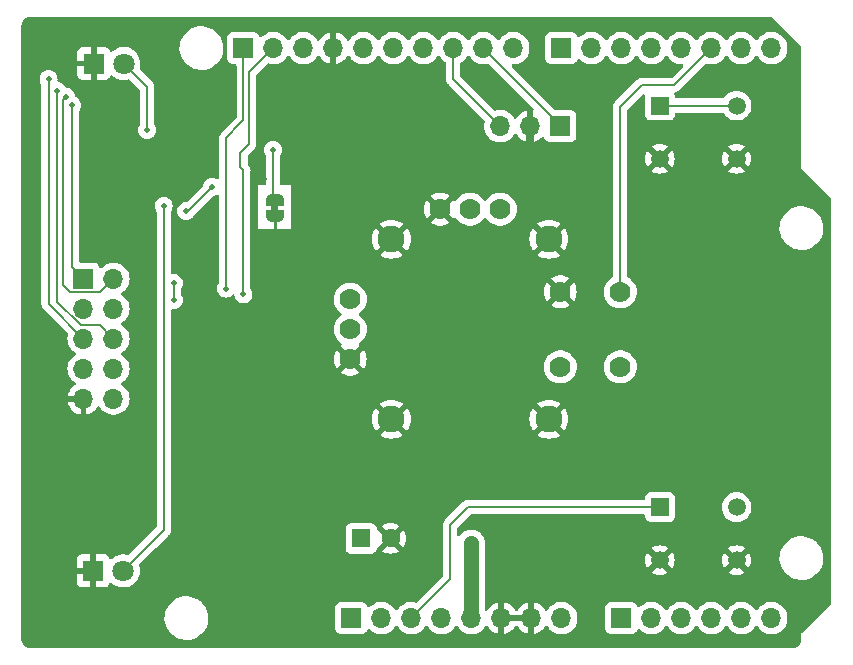
<source format=gbr>
%TF.GenerationSoftware,KiCad,Pcbnew,7.0.2-0*%
%TF.CreationDate,2023-11-21T13:06:44-05:00*%
%TF.ProjectId,ControllerShield,436f6e74-726f-46c6-9c65-72536869656c,rev?*%
%TF.SameCoordinates,Original*%
%TF.FileFunction,Copper,L2,Bot*%
%TF.FilePolarity,Positive*%
%FSLAX46Y46*%
G04 Gerber Fmt 4.6, Leading zero omitted, Abs format (unit mm)*
G04 Created by KiCad (PCBNEW 7.0.2-0) date 2023-11-21 13:06:44*
%MOMM*%
%LPD*%
G01*
G04 APERTURE LIST*
G04 Aperture macros list*
%AMFreePoly0*
4,1,19,0.500000,-0.750000,0.000000,-0.750000,0.000000,-0.744911,-0.071157,-0.744911,-0.207708,-0.704816,-0.327430,-0.627875,-0.420627,-0.520320,-0.479746,-0.390866,-0.500000,-0.250000,-0.500000,0.250000,-0.479746,0.390866,-0.420627,0.520320,-0.327430,0.627875,-0.207708,0.704816,-0.071157,0.744911,0.000000,0.744911,0.000000,0.750000,0.500000,0.750000,0.500000,-0.750000,0.500000,-0.750000,
$1*%
%AMFreePoly1*
4,1,19,0.000000,0.744911,0.071157,0.744911,0.207708,0.704816,0.327430,0.627875,0.420627,0.520320,0.479746,0.390866,0.500000,0.250000,0.500000,-0.250000,0.479746,-0.390866,0.420627,-0.520320,0.327430,-0.627875,0.207708,-0.704816,0.071157,-0.744911,0.000000,-0.744911,0.000000,-0.750000,-0.500000,-0.750000,-0.500000,0.750000,0.000000,0.750000,0.000000,0.744911,0.000000,0.744911,
$1*%
G04 Aperture macros list end*
%TA.AperFunction,ComponentPad*%
%ADD10R,1.700000X1.700000*%
%TD*%
%TA.AperFunction,ComponentPad*%
%ADD11O,1.700000X1.700000*%
%TD*%
%TA.AperFunction,ComponentPad*%
%ADD12R,1.800000X1.800000*%
%TD*%
%TA.AperFunction,ComponentPad*%
%ADD13C,1.800000*%
%TD*%
%TA.AperFunction,ComponentPad*%
%ADD14C,1.778000*%
%TD*%
%TA.AperFunction,ComponentPad*%
%ADD15C,2.286000*%
%TD*%
%TA.AperFunction,ComponentPad*%
%ADD16R,1.498600X1.498600*%
%TD*%
%TA.AperFunction,ComponentPad*%
%ADD17C,1.498600*%
%TD*%
%TA.AperFunction,ComponentPad*%
%ADD18R,1.600000X1.600000*%
%TD*%
%TA.AperFunction,ComponentPad*%
%ADD19C,1.600000*%
%TD*%
%TA.AperFunction,SMDPad,CuDef*%
%ADD20FreePoly0,90.000000*%
%TD*%
%TA.AperFunction,SMDPad,CuDef*%
%ADD21FreePoly1,90.000000*%
%TD*%
%TA.AperFunction,ViaPad*%
%ADD22C,0.500000*%
%TD*%
%TA.AperFunction,ViaPad*%
%ADD23C,0.800000*%
%TD*%
%TA.AperFunction,Conductor*%
%ADD24C,0.635000*%
%TD*%
%TA.AperFunction,Conductor*%
%ADD25C,0.200000*%
%TD*%
%TA.AperFunction,Conductor*%
%ADD26C,0.254000*%
%TD*%
%TA.AperFunction,Conductor*%
%ADD27C,1.270000*%
%TD*%
%TA.AperFunction,Conductor*%
%ADD28C,0.180000*%
%TD*%
%TA.AperFunction,Conductor*%
%ADD29C,0.127000*%
%TD*%
G04 APERTURE END LIST*
%TA.AperFunction,EtchedComponent*%
%TO.C,JP1*%
G36*
X143700000Y-104170000D02*
G01*
X143100000Y-104170000D01*
X143100000Y-103670000D01*
X143700000Y-103670000D01*
X143700000Y-104170000D01*
G37*
%TD.AperFunction*%
%TD*%
D10*
%TO.P,J1,1,Pin_1*%
%TO.N,unconnected-(J1-Pin_1-Pad1)*%
X149890000Y-138655000D03*
D11*
%TO.P,J1,2,Pin_2*%
%TO.N,/IOREF*%
X152430000Y-138655000D03*
%TO.P,J1,3,Pin_3*%
%TO.N,/RSTn*%
X154970000Y-138655000D03*
%TO.P,J1,4,Pin_4*%
%TO.N,unconnected-(J1-Pin_4-Pad4)*%
X157510000Y-138655000D03*
%TO.P,J1,5,Pin_5*%
%TO.N,+5V*%
X160050000Y-138655000D03*
%TO.P,J1,6,Pin_6*%
%TO.N,GND*%
X162590000Y-138655000D03*
%TO.P,J1,7,Pin_7*%
X165130000Y-138655000D03*
%TO.P,J1,8,Pin_8*%
%TO.N,/Vsys*%
X167670000Y-138655000D03*
%TD*%
D10*
%TO.P,J3,1,Pin_1*%
%TO.N,/Horiz*%
X172750000Y-138655000D03*
D11*
%TO.P,J3,2,Pin_2*%
%TO.N,/Vert*%
X175290000Y-138655000D03*
%TO.P,J3,3,Pin_3*%
%TO.N,/A2*%
X177830000Y-138655000D03*
%TO.P,J3,4,Pin_4*%
%TO.N,/A3*%
X180370000Y-138655000D03*
%TO.P,J3,5,Pin_5*%
%TO.N,unconnected-(J3-Pin_5-Pad5)*%
X182910000Y-138655000D03*
%TO.P,J3,6,Pin_6*%
%TO.N,unconnected-(J3-Pin_6-Pad6)*%
X185450000Y-138655000D03*
%TD*%
D10*
%TO.P,J2,1,Pin_1*%
%TO.N,/SCL*%
X140746000Y-90395000D03*
D11*
%TO.P,J2,2,Pin_2*%
%TO.N,/SDA*%
X143286000Y-90395000D03*
%TO.P,J2,3,Pin_3*%
%TO.N,/AREF*%
X145826000Y-90395000D03*
%TO.P,J2,4,Pin_4*%
%TO.N,GND*%
X148366000Y-90395000D03*
%TO.P,J2,5,Pin_5*%
%TO.N,/D0*%
X150906000Y-90395000D03*
%TO.P,J2,6,Pin_6*%
%TO.N,/D1*%
X153446000Y-90395000D03*
%TO.P,J2,7,Pin_7*%
%TO.N,/\u002A11*%
X155986000Y-90395000D03*
%TO.P,J2,8,Pin_8*%
%TO.N,/Y*%
X158526000Y-90395000D03*
%TO.P,J2,9,Pin_9*%
%TO.N,/X*%
X161066000Y-90395000D03*
%TO.P,J2,10,Pin_10*%
%TO.N,/8*%
X163606000Y-90395000D03*
%TD*%
D10*
%TO.P,J4,1,Pin_1*%
%TO.N,/7*%
X167670000Y-90395000D03*
D11*
%TO.P,J4,2,Pin_2*%
%TO.N,/\u002A6*%
X170210000Y-90395000D03*
%TO.P,J4,3,Pin_3*%
%TO.N,/ExtraBtn*%
X172750000Y-90395000D03*
%TO.P,J4,4,Pin_4*%
%TO.N,/Green*%
X175290000Y-90395000D03*
%TO.P,J4,5,Pin_5*%
%TO.N,/Red*%
X177830000Y-90395000D03*
%TO.P,J4,6,Pin_6*%
%TO.N,/GameBtn*%
X180370000Y-90395000D03*
%TO.P,J4,7,Pin_7*%
%TO.N,/TX{slash}1*%
X182910000Y-90395000D03*
%TO.P,J4,8,Pin_8*%
%TO.N,/RX{slash}0*%
X185450000Y-90395000D03*
%TD*%
D12*
%TO.P,D1,1,K*%
%TO.N,GND*%
X128025000Y-134650000D03*
D13*
%TO.P,D1,2,A*%
%TO.N,Net-(D1-A)*%
X130565000Y-134650000D03*
%TD*%
D14*
%TO.P,U1,B1A,SEL+*%
%TO.N,/GameBtn*%
X172650000Y-111020000D03*
%TO.P,U1,B1B*%
%TO.N,N/C*%
X172650000Y-117370000D03*
%TO.P,U1,B2A,SEL-*%
%TO.N,GND*%
X167570000Y-111020000D03*
%TO.P,U1,B2B*%
%TO.N,N/C*%
X167570000Y-117370000D03*
%TO.P,U1,H1,H+*%
%TO.N,+5V*%
X149790000Y-111655000D03*
%TO.P,U1,H2,H*%
%TO.N,/Vert*%
X149790000Y-114195000D03*
%TO.P,U1,H3,H-*%
%TO.N,GND*%
X149790000Y-116735000D03*
D15*
%TO.P,U1,S1,SHIELD*%
X166617500Y-106575000D03*
%TO.P,U1,S2,SHIELD__1*%
X153282500Y-106575000D03*
%TO.P,U1,S3,SHIELD__2*%
X153282500Y-121815000D03*
%TO.P,U1,S4,SHIELD__3*%
X166617500Y-121815000D03*
D14*
%TO.P,U1,V1,V+*%
%TO.N,+5V*%
X162490000Y-104035000D03*
%TO.P,U1,V2,V*%
%TO.N,/Horiz*%
X159950000Y-104035000D03*
%TO.P,U1,V3,V-*%
%TO.N,GND*%
X157410000Y-104035000D03*
%TD*%
D12*
%TO.P,D2,1,K*%
%TO.N,GND*%
X128075000Y-91700000D03*
D13*
%TO.P,D2,2,A*%
%TO.N,Net-(D2-A)*%
X130615000Y-91700000D03*
%TD*%
D16*
%TO.P,SW1,1,A*%
%TO.N,/RSTn*%
X175999999Y-129260599D03*
D17*
%TO.P,SW1,2,A*%
X182500001Y-129260599D03*
%TO.P,SW1,3,B*%
%TO.N,GND*%
X175999999Y-133760600D03*
%TO.P,SW1,4,B*%
X182500001Y-133760600D03*
%TD*%
D16*
%TO.P,SW2,1,A*%
%TO.N,/ExtraBtn*%
X175999999Y-95260599D03*
D17*
%TO.P,SW2,2,A*%
X182500001Y-95260599D03*
%TO.P,SW2,3,B*%
%TO.N,GND*%
X175999999Y-99760600D03*
%TO.P,SW2,4,B*%
X182500001Y-99760600D03*
%TD*%
D10*
%TO.P,J5,1,Pin_1*%
%TO.N,/X*%
X127210000Y-109920000D03*
D11*
%TO.P,J5,2,Pin_2*%
%TO.N,/Y*%
X129750000Y-109920000D03*
%TO.P,J5,3,Pin_3*%
%TO.N,/SCL*%
X127210000Y-112460000D03*
%TO.P,J5,4,Pin_4*%
%TO.N,/SDA*%
X129750000Y-112460000D03*
%TO.P,J5,5,Pin_5*%
%TO.N,/D0*%
X127210000Y-115000000D03*
%TO.P,J5,6,Pin_6*%
%TO.N,/D1*%
X129750000Y-115000000D03*
%TO.P,J5,7,Pin_7*%
%TO.N,/Vsys*%
X127210000Y-117540000D03*
%TO.P,J5,8,Pin_8*%
%TO.N,unconnected-(J5-Pin_8-Pad8)*%
X129750000Y-117540000D03*
%TO.P,J5,9,Pin_9*%
%TO.N,GND*%
X127210000Y-120080000D03*
%TO.P,J5,10,Pin_10*%
%TO.N,unconnected-(J5-Pin_10-Pad10)*%
X129750000Y-120080000D03*
%TD*%
D10*
%TO.P,J6,1,Pin_1*%
%TO.N,/X*%
X167580000Y-97000000D03*
D11*
%TO.P,J6,2,Pin_2*%
%TO.N,GND*%
X165040000Y-97000000D03*
%TO.P,J6,3,Pin_3*%
%TO.N,/Y*%
X162500000Y-97000000D03*
%TD*%
D18*
%TO.P,C5,1*%
%TO.N,+5V*%
X150717621Y-131900000D03*
D19*
%TO.P,C5,2*%
%TO.N,GND*%
X153217621Y-131900000D03*
%TD*%
D20*
%TO.P,JP1,1,A*%
%TO.N,GND*%
X143400000Y-104570000D03*
D21*
%TO.P,JP1,2,B*%
%TO.N,Net-(JP1-B)*%
X143400000Y-103270000D03*
%TD*%
D22*
%TO.N,GND*%
X146250000Y-101500000D03*
X145500000Y-96500000D03*
X155500000Y-97500000D03*
X144250000Y-101500000D03*
X142250000Y-96750000D03*
X138200000Y-104150000D03*
X175900000Y-115400000D03*
X142500000Y-101500000D03*
X157950000Y-99000000D03*
D23*
%TO.N,+5V*%
X160000000Y-133500000D03*
X160000000Y-134750000D03*
X160000000Y-132250000D03*
D22*
%TO.N,Net-(D1-A)*%
X134000000Y-103750000D03*
%TO.N,Net-(D2-A)*%
X132600000Y-97350000D03*
%TO.N,/SCL*%
X139250000Y-110750000D03*
%TO.N,/D0*%
X124250000Y-93000000D03*
%TO.N,/D1*%
X125000000Y-94000000D03*
%TO.N,/SDA*%
X134850000Y-110300000D03*
X140750000Y-111250000D03*
X134850000Y-111750000D03*
%TO.N,/Y*%
X125750000Y-94500000D03*
%TO.N,/X*%
X126250000Y-95250000D03*
%TO.N,Net-(JP1-B)*%
X143250000Y-99000000D03*
%TO.N,/SDA3p3*%
X138100000Y-102150000D03*
X135900000Y-104200000D03*
%TD*%
D24*
%TO.N,GND*%
X165040000Y-99540000D02*
X165250000Y-99750000D01*
D25*
X143400000Y-104570000D02*
X143400000Y-106650000D01*
D24*
X165040000Y-97000000D02*
X165040000Y-99540000D01*
D26*
X143400000Y-104570000D02*
X143400000Y-106150000D01*
D25*
X143500000Y-106750000D02*
X143400000Y-106650000D01*
D27*
%TO.N,+5V*%
X160050000Y-138655000D02*
X160050000Y-136000000D01*
X160050000Y-136000000D02*
X160050000Y-132300000D01*
X160050000Y-136000000D02*
X160050000Y-134800000D01*
D28*
%TO.N,Net-(D1-A)*%
X134000000Y-131215000D02*
X130565000Y-134650000D01*
X134000000Y-103750000D02*
X134000000Y-131215000D01*
D25*
%TO.N,Net-(D2-A)*%
X132600000Y-97350000D02*
X132600000Y-93685000D01*
X132600000Y-93685000D02*
X130615000Y-91700000D01*
D29*
%TO.N,/SCL*%
X139250000Y-98000000D02*
X139250000Y-110750000D01*
X140500000Y-96750000D02*
X140746000Y-96504000D01*
X140500000Y-96750000D02*
X139250000Y-98000000D01*
X140746000Y-96504000D02*
X140746000Y-90395000D01*
D28*
%TO.N,/D0*%
X124250000Y-112040000D02*
X127210000Y-115000000D01*
X124250000Y-93000000D02*
X124250000Y-112040000D01*
%TO.N,/D1*%
X125000000Y-111862204D02*
X125000000Y-94000000D01*
X126997796Y-113860000D02*
X125000000Y-111862204D01*
X129750000Y-115000000D02*
X128610000Y-113860000D01*
X128610000Y-113860000D02*
X126997796Y-113860000D01*
D25*
%TO.N,/ExtraBtn*%
X175999999Y-95260599D02*
X182500001Y-95260599D01*
D28*
%TO.N,/GameBtn*%
X177232500Y-93532500D02*
X180370000Y-90395000D01*
D25*
X174467500Y-93532500D02*
X177232500Y-93532500D01*
X172650000Y-95350000D02*
X174467500Y-93532500D01*
D28*
X172650000Y-111020000D02*
X172650000Y-98115000D01*
D25*
X172650000Y-98115000D02*
X172650000Y-95350000D01*
D28*
%TO.N,/SDA*%
X134850000Y-110550000D02*
X134850000Y-110300000D01*
D29*
X141250000Y-98500000D02*
X140500000Y-99250000D01*
D28*
X134850000Y-110550000D02*
X134850000Y-111750000D01*
X140750000Y-111250000D02*
X140750000Y-100750000D01*
X140500000Y-100500000D02*
X140500000Y-99250000D01*
D29*
X141250000Y-98500000D02*
X141250000Y-92431000D01*
X141250000Y-92431000D02*
X143286000Y-90395000D01*
D28*
X140750000Y-100750000D02*
X140500000Y-100500000D01*
%TO.N,/Y*%
X125500000Y-94750000D02*
X125500000Y-110490000D01*
X158526000Y-93026000D02*
X158526000Y-90395000D01*
X162500000Y-97000000D02*
X158526000Y-93026000D01*
X125750000Y-94500000D02*
X125500000Y-94750000D01*
X125500000Y-110490000D02*
X126070000Y-111060000D01*
X128610000Y-111060000D02*
X129750000Y-109920000D01*
X126070000Y-111060000D02*
X128610000Y-111060000D01*
%TO.N,/X*%
X126250000Y-95250000D02*
X126250000Y-108750000D01*
X127210000Y-109920000D02*
X126250000Y-108960000D01*
X126250000Y-108960000D02*
X126250000Y-108750000D01*
X167580000Y-97000000D02*
X167580000Y-96909000D01*
X167580000Y-96909000D02*
X161066000Y-90395000D01*
D25*
%TO.N,Net-(JP1-B)*%
X143250000Y-103120000D02*
X143400000Y-103270000D01*
X143250000Y-99000000D02*
X143250000Y-103120000D01*
%TO.N,/RSTn*%
X175999998Y-129249999D02*
X159750001Y-129249999D01*
X159750001Y-129249999D02*
X158250000Y-130750000D01*
X158250000Y-135375000D02*
X154970000Y-138655000D01*
X158250000Y-130750000D02*
X158250000Y-135375000D01*
D28*
%TO.N,/SDA3p3*%
X135900000Y-104200000D02*
X136050000Y-104200000D01*
X136050000Y-104200000D02*
X138100000Y-102150000D01*
%TD*%
%TA.AperFunction,Conductor*%
%TO.N,GND*%
G36*
X164670507Y-138445156D02*
G01*
X164630000Y-138583111D01*
X164630000Y-138726889D01*
X164670507Y-138864844D01*
X164696314Y-138905000D01*
X163023686Y-138905000D01*
X163049493Y-138864844D01*
X163090000Y-138726889D01*
X163090000Y-138583111D01*
X163049493Y-138445156D01*
X163023686Y-138405000D01*
X164696314Y-138405000D01*
X164670507Y-138445156D01*
G37*
%TD.AperFunction*%
%TA.AperFunction,Conductor*%
G36*
X159877905Y-91068516D02*
G01*
X159899809Y-91093795D01*
X159990278Y-91232268D01*
X160142760Y-91397906D01*
X160320424Y-91536189D01*
X160518426Y-91643342D01*
X160731365Y-91716444D01*
X160953431Y-91753500D01*
X161178569Y-91753500D01*
X161400635Y-91716444D01*
X161400635Y-91716443D01*
X161431942Y-91705695D01*
X161501739Y-91702544D01*
X161559888Y-91735295D01*
X165305422Y-95480829D01*
X165338907Y-95542152D01*
X165333923Y-95611844D01*
X165293229Y-95666884D01*
X165290000Y-95669361D01*
X165290000Y-96564498D01*
X165182315Y-96515320D01*
X165075763Y-96500000D01*
X165004237Y-96500000D01*
X164897685Y-96515320D01*
X164790000Y-96564498D01*
X164790000Y-95669364D01*
X164789999Y-95669364D01*
X164576507Y-95726569D01*
X164362421Y-95826400D01*
X164168921Y-95961890D01*
X164001893Y-96128918D01*
X163875132Y-96309952D01*
X163820555Y-96353576D01*
X163751056Y-96360769D01*
X163688702Y-96329247D01*
X163669748Y-96306649D01*
X163575723Y-96162732D01*
X163479803Y-96058537D01*
X163423240Y-95997094D01*
X163245576Y-95858811D01*
X163047574Y-95751658D01*
X163047573Y-95751657D01*
X163047572Y-95751657D01*
X162834636Y-95678556D01*
X162612569Y-95641500D01*
X162387431Y-95641500D01*
X162165364Y-95678555D01*
X162134050Y-95689305D01*
X162064251Y-95692452D01*
X162006110Y-95659703D01*
X159160819Y-92814411D01*
X159127334Y-92753088D01*
X159124500Y-92726730D01*
X159124500Y-91689670D01*
X159144185Y-91622631D01*
X159189483Y-91580615D01*
X159271576Y-91536189D01*
X159449240Y-91397906D01*
X159601722Y-91232268D01*
X159692190Y-91093795D01*
X159745337Y-91048438D01*
X159814569Y-91039014D01*
X159877905Y-91068516D01*
G37*
%TD.AperFunction*%
%TA.AperFunction,Conductor*%
G36*
X185465469Y-87750185D02*
G01*
X185486111Y-87766819D01*
X187953181Y-90233888D01*
X187986666Y-90295211D01*
X187989500Y-90321569D01*
X187989500Y-100530368D01*
X187989419Y-100530774D01*
X187989457Y-100554999D01*
X187989576Y-100555283D01*
X187989617Y-100555383D01*
X188000962Y-100566670D01*
X189253111Y-101818819D01*
X190493181Y-103058888D01*
X190526666Y-103120211D01*
X190529500Y-103146569D01*
X190529500Y-137333429D01*
X190509815Y-137400468D01*
X190493181Y-137421110D01*
X188006995Y-139907295D01*
X188006819Y-139907413D01*
X187989617Y-139924615D01*
X187989457Y-139924997D01*
X187989461Y-139949665D01*
X187989500Y-139949855D01*
X187989500Y-140426904D01*
X187988903Y-140439060D01*
X187986027Y-140468256D01*
X187983501Y-140490677D01*
X187973579Y-140578732D01*
X187969022Y-140600828D01*
X187953632Y-140651559D01*
X187952014Y-140656516D01*
X187925211Y-140733116D01*
X187917528Y-140750614D01*
X187890071Y-140801984D01*
X187885705Y-140809505D01*
X187845215Y-140873943D01*
X187836076Y-140886634D01*
X187798098Y-140932911D01*
X187789925Y-140941928D01*
X187736928Y-140994925D01*
X187727911Y-141003098D01*
X187681634Y-141041076D01*
X187668943Y-141050215D01*
X187604505Y-141090705D01*
X187596984Y-141095071D01*
X187545614Y-141122528D01*
X187528116Y-141130211D01*
X187451516Y-141157014D01*
X187446559Y-141158632D01*
X187395834Y-141174020D01*
X187373721Y-141178580D01*
X187263256Y-141191027D01*
X187255771Y-141191764D01*
X187234003Y-141193908D01*
X187221928Y-141194500D01*
X122718095Y-141194500D01*
X122705939Y-141193903D01*
X122676743Y-141191027D01*
X122634474Y-141186264D01*
X122566262Y-141178579D01*
X122544170Y-141174022D01*
X122493439Y-141158632D01*
X122488482Y-141157014D01*
X122411882Y-141130211D01*
X122394384Y-141122528D01*
X122368547Y-141108718D01*
X122343007Y-141095066D01*
X122335493Y-141090705D01*
X122271055Y-141050215D01*
X122258364Y-141041076D01*
X122212087Y-141003098D01*
X122203070Y-140994925D01*
X122150073Y-140941928D01*
X122141900Y-140932911D01*
X122103922Y-140886634D01*
X122094783Y-140873943D01*
X122080595Y-140851364D01*
X122054282Y-140809487D01*
X122049942Y-140802011D01*
X122022467Y-140750607D01*
X122014794Y-140733132D01*
X121987972Y-140656482D01*
X121986366Y-140651559D01*
X121970978Y-140600834D01*
X121966419Y-140578728D01*
X121953972Y-140468256D01*
X121951089Y-140438982D01*
X121950500Y-140426932D01*
X121950500Y-138722764D01*
X134065787Y-138722764D01*
X134095413Y-138992016D01*
X134095414Y-138992018D01*
X134163928Y-139254088D01*
X134265143Y-139492267D01*
X134269871Y-139503392D01*
X134410982Y-139734611D01*
X134584253Y-139942818D01*
X134584255Y-139942820D01*
X134785998Y-140123582D01*
X135011910Y-140273044D01*
X135118211Y-140322876D01*
X135257177Y-140388021D01*
X135516562Y-140466058D01*
X135516569Y-140466060D01*
X135784561Y-140505500D01*
X135784564Y-140505500D01*
X135985369Y-140505500D01*
X135987631Y-140505500D01*
X136190156Y-140490677D01*
X136454553Y-140431780D01*
X136707558Y-140335014D01*
X136943777Y-140202441D01*
X137158177Y-140036888D01*
X137346186Y-139841881D01*
X137503799Y-139621579D01*
X137538730Y-139553638D01*
X148531500Y-139553638D01*
X148531852Y-139556918D01*
X148531853Y-139556924D01*
X148538011Y-139614205D01*
X148589110Y-139751203D01*
X148676738Y-139868261D01*
X148793796Y-139955889D01*
X148930794Y-140006988D01*
X148930797Y-140006988D01*
X148930799Y-140006989D01*
X148991362Y-140013500D01*
X148994672Y-140013500D01*
X150785328Y-140013500D01*
X150788638Y-140013500D01*
X150849201Y-140006989D01*
X150849203Y-140006988D01*
X150849205Y-140006988D01*
X150931097Y-139976443D01*
X150986204Y-139955889D01*
X151103261Y-139868261D01*
X151190889Y-139751204D01*
X151236137Y-139629889D01*
X151278009Y-139573956D01*
X151343474Y-139549540D01*
X151411747Y-139564392D01*
X151443548Y-139589241D01*
X151473318Y-139621579D01*
X151506760Y-139657906D01*
X151684424Y-139796189D01*
X151882426Y-139903342D01*
X152095365Y-139976444D01*
X152317431Y-140013500D01*
X152542569Y-140013500D01*
X152764635Y-139976444D01*
X152977574Y-139903342D01*
X153175576Y-139796189D01*
X153353240Y-139657906D01*
X153505722Y-139492268D01*
X153596191Y-139353793D01*
X153649336Y-139308438D01*
X153718567Y-139299014D01*
X153781903Y-139328515D01*
X153803807Y-139353794D01*
X153894275Y-139492265D01*
X153904518Y-139503392D01*
X154046760Y-139657906D01*
X154224424Y-139796189D01*
X154422426Y-139903342D01*
X154635365Y-139976444D01*
X154857431Y-140013500D01*
X155082569Y-140013500D01*
X155304635Y-139976444D01*
X155517574Y-139903342D01*
X155715576Y-139796189D01*
X155893240Y-139657906D01*
X156045722Y-139492268D01*
X156136190Y-139353795D01*
X156189337Y-139308438D01*
X156258569Y-139299014D01*
X156321905Y-139328516D01*
X156343809Y-139353795D01*
X156434278Y-139492268D01*
X156586760Y-139657906D01*
X156764424Y-139796189D01*
X156962426Y-139903342D01*
X157175365Y-139976444D01*
X157397431Y-140013500D01*
X157622569Y-140013500D01*
X157844635Y-139976444D01*
X158057574Y-139903342D01*
X158255576Y-139796189D01*
X158433240Y-139657906D01*
X158585722Y-139492268D01*
X158676190Y-139353795D01*
X158729337Y-139308438D01*
X158798569Y-139299014D01*
X158861905Y-139328516D01*
X158883809Y-139353795D01*
X158974278Y-139492268D01*
X159126760Y-139657906D01*
X159304424Y-139796189D01*
X159502426Y-139903342D01*
X159715365Y-139976444D01*
X159937431Y-140013500D01*
X160162569Y-140013500D01*
X160384635Y-139976444D01*
X160597574Y-139903342D01*
X160795576Y-139796189D01*
X160973240Y-139657906D01*
X161125722Y-139492268D01*
X161219748Y-139348349D01*
X161272893Y-139302994D01*
X161342124Y-139293570D01*
X161405460Y-139323072D01*
X161425131Y-139345048D01*
X161551892Y-139526080D01*
X161718918Y-139693106D01*
X161912423Y-139828600D01*
X162126509Y-139928430D01*
X162340000Y-139985634D01*
X162340000Y-139090501D01*
X162447685Y-139139680D01*
X162554237Y-139155000D01*
X162625763Y-139155000D01*
X162732315Y-139139680D01*
X162840000Y-139090501D01*
X162840000Y-139985633D01*
X163053490Y-139928430D01*
X163267576Y-139828600D01*
X163461081Y-139693106D01*
X163628106Y-139526081D01*
X163758425Y-139339968D01*
X163813002Y-139296344D01*
X163882501Y-139289151D01*
X163944855Y-139320673D01*
X163961575Y-139339968D01*
X164091893Y-139526081D01*
X164258918Y-139693106D01*
X164452423Y-139828600D01*
X164666509Y-139928430D01*
X164880000Y-139985634D01*
X164880000Y-139090501D01*
X164987685Y-139139680D01*
X165094237Y-139155000D01*
X165165763Y-139155000D01*
X165272315Y-139139680D01*
X165380000Y-139090501D01*
X165380000Y-139985633D01*
X165593490Y-139928430D01*
X165807576Y-139828600D01*
X166001081Y-139693106D01*
X166168106Y-139526081D01*
X166294868Y-139345048D01*
X166349445Y-139301424D01*
X166418944Y-139294231D01*
X166481298Y-139325753D01*
X166500252Y-139348351D01*
X166594276Y-139492267D01*
X166660673Y-139564392D01*
X166746760Y-139657906D01*
X166924424Y-139796189D01*
X167122426Y-139903342D01*
X167335365Y-139976444D01*
X167557431Y-140013500D01*
X167782569Y-140013500D01*
X168004635Y-139976444D01*
X168217574Y-139903342D01*
X168415576Y-139796189D01*
X168593240Y-139657906D01*
X168689226Y-139553638D01*
X171391500Y-139553638D01*
X171391852Y-139556918D01*
X171391853Y-139556924D01*
X171398011Y-139614205D01*
X171449110Y-139751203D01*
X171536738Y-139868261D01*
X171653796Y-139955889D01*
X171790794Y-140006988D01*
X171790797Y-140006988D01*
X171790799Y-140006989D01*
X171851362Y-140013500D01*
X171854672Y-140013500D01*
X173645328Y-140013500D01*
X173648638Y-140013500D01*
X173709201Y-140006989D01*
X173709203Y-140006988D01*
X173709205Y-140006988D01*
X173791097Y-139976443D01*
X173846204Y-139955889D01*
X173963261Y-139868261D01*
X174050889Y-139751204D01*
X174096137Y-139629889D01*
X174138009Y-139573956D01*
X174203474Y-139549540D01*
X174271747Y-139564392D01*
X174303548Y-139589241D01*
X174333318Y-139621579D01*
X174366760Y-139657906D01*
X174544424Y-139796189D01*
X174742426Y-139903342D01*
X174955365Y-139976444D01*
X175177431Y-140013500D01*
X175402569Y-140013500D01*
X175624635Y-139976444D01*
X175837574Y-139903342D01*
X176035576Y-139796189D01*
X176213240Y-139657906D01*
X176365722Y-139492268D01*
X176456190Y-139353795D01*
X176509337Y-139308438D01*
X176578569Y-139299014D01*
X176641905Y-139328516D01*
X176663809Y-139353795D01*
X176754278Y-139492268D01*
X176906760Y-139657906D01*
X177084424Y-139796189D01*
X177282426Y-139903342D01*
X177495365Y-139976444D01*
X177717431Y-140013500D01*
X177942569Y-140013500D01*
X178164635Y-139976444D01*
X178377574Y-139903342D01*
X178575576Y-139796189D01*
X178753240Y-139657906D01*
X178905722Y-139492268D01*
X178996190Y-139353795D01*
X179049337Y-139308438D01*
X179118569Y-139299014D01*
X179181905Y-139328516D01*
X179203809Y-139353795D01*
X179294278Y-139492268D01*
X179446760Y-139657906D01*
X179624424Y-139796189D01*
X179822426Y-139903342D01*
X180035365Y-139976444D01*
X180257431Y-140013500D01*
X180482569Y-140013500D01*
X180704635Y-139976444D01*
X180917574Y-139903342D01*
X181115576Y-139796189D01*
X181293240Y-139657906D01*
X181445722Y-139492268D01*
X181536190Y-139353795D01*
X181589337Y-139308438D01*
X181658569Y-139299014D01*
X181721905Y-139328516D01*
X181743809Y-139353795D01*
X181834278Y-139492268D01*
X181986760Y-139657906D01*
X182164424Y-139796189D01*
X182362426Y-139903342D01*
X182575365Y-139976444D01*
X182797431Y-140013500D01*
X183022569Y-140013500D01*
X183244635Y-139976444D01*
X183457574Y-139903342D01*
X183655576Y-139796189D01*
X183833240Y-139657906D01*
X183985722Y-139492268D01*
X184076191Y-139353793D01*
X184129336Y-139308438D01*
X184198567Y-139299014D01*
X184261903Y-139328515D01*
X184283807Y-139353794D01*
X184374275Y-139492265D01*
X184384518Y-139503392D01*
X184526760Y-139657906D01*
X184704424Y-139796189D01*
X184902426Y-139903342D01*
X185115365Y-139976444D01*
X185337431Y-140013500D01*
X185562569Y-140013500D01*
X185784635Y-139976444D01*
X185997574Y-139903342D01*
X186195576Y-139796189D01*
X186373240Y-139657906D01*
X186525722Y-139492268D01*
X186648860Y-139303791D01*
X186739296Y-139097616D01*
X186794564Y-138879368D01*
X186813156Y-138655000D01*
X186794564Y-138430632D01*
X186739296Y-138212384D01*
X186650955Y-138010985D01*
X186648861Y-138006211D01*
X186636263Y-137986928D01*
X186525722Y-137817732D01*
X186373240Y-137652094D01*
X186195576Y-137513811D01*
X185997574Y-137406658D01*
X185997573Y-137406657D01*
X185997572Y-137406657D01*
X185784636Y-137333556D01*
X185562569Y-137296500D01*
X185337431Y-137296500D01*
X185115363Y-137333556D01*
X184902427Y-137406657D01*
X184704424Y-137513811D01*
X184526760Y-137652094D01*
X184374279Y-137817730D01*
X184283809Y-137956205D01*
X184230662Y-138001561D01*
X184161431Y-138010985D01*
X184098095Y-137981483D01*
X184076191Y-137956205D01*
X183985723Y-137817734D01*
X183985722Y-137817732D01*
X183833240Y-137652094D01*
X183655576Y-137513811D01*
X183457574Y-137406658D01*
X183457573Y-137406657D01*
X183457572Y-137406657D01*
X183244636Y-137333556D01*
X183022569Y-137296500D01*
X182797431Y-137296500D01*
X182575363Y-137333556D01*
X182362427Y-137406657D01*
X182164424Y-137513811D01*
X181986760Y-137652094D01*
X181834279Y-137817730D01*
X181743809Y-137956205D01*
X181690662Y-138001561D01*
X181621431Y-138010985D01*
X181558095Y-137981483D01*
X181536191Y-137956205D01*
X181445723Y-137817734D01*
X181445722Y-137817732D01*
X181293240Y-137652094D01*
X181115576Y-137513811D01*
X180917574Y-137406658D01*
X180917573Y-137406657D01*
X180917572Y-137406657D01*
X180704636Y-137333556D01*
X180482569Y-137296500D01*
X180257431Y-137296500D01*
X180035363Y-137333556D01*
X179822427Y-137406657D01*
X179624424Y-137513811D01*
X179446760Y-137652094D01*
X179294279Y-137817730D01*
X179203809Y-137956205D01*
X179150662Y-138001561D01*
X179081431Y-138010985D01*
X179018095Y-137981483D01*
X178996191Y-137956205D01*
X178905723Y-137817734D01*
X178905722Y-137817732D01*
X178753240Y-137652094D01*
X178575576Y-137513811D01*
X178377574Y-137406658D01*
X178377573Y-137406657D01*
X178377572Y-137406657D01*
X178164636Y-137333556D01*
X177942569Y-137296500D01*
X177717431Y-137296500D01*
X177495363Y-137333556D01*
X177282427Y-137406657D01*
X177084424Y-137513811D01*
X176906760Y-137652094D01*
X176754279Y-137817730D01*
X176663809Y-137956205D01*
X176610662Y-138001561D01*
X176541431Y-138010985D01*
X176478095Y-137981483D01*
X176456191Y-137956205D01*
X176365723Y-137817734D01*
X176365722Y-137817732D01*
X176213240Y-137652094D01*
X176035576Y-137513811D01*
X175837574Y-137406658D01*
X175837573Y-137406657D01*
X175837572Y-137406657D01*
X175624636Y-137333556D01*
X175402569Y-137296500D01*
X175177431Y-137296500D01*
X174955363Y-137333556D01*
X174742427Y-137406657D01*
X174544424Y-137513811D01*
X174366759Y-137652094D01*
X174303548Y-137720759D01*
X174243660Y-137756749D01*
X174173822Y-137754648D01*
X174116207Y-137715123D01*
X174096138Y-137680110D01*
X174057078Y-137575390D01*
X174050889Y-137558796D01*
X173992951Y-137481400D01*
X173963261Y-137441738D01*
X173846203Y-137354110D01*
X173709205Y-137303011D01*
X173651924Y-137296853D01*
X173651918Y-137296852D01*
X173648638Y-137296500D01*
X171851362Y-137296500D01*
X171848082Y-137296852D01*
X171848075Y-137296853D01*
X171790794Y-137303011D01*
X171653796Y-137354110D01*
X171536738Y-137441738D01*
X171449110Y-137558796D01*
X171398011Y-137695794D01*
X171391853Y-137753075D01*
X171391500Y-137756362D01*
X171391500Y-139553638D01*
X168689226Y-139553638D01*
X168745722Y-139492268D01*
X168868860Y-139303791D01*
X168959296Y-139097616D01*
X169014564Y-138879368D01*
X169033156Y-138655000D01*
X169014564Y-138430632D01*
X168959296Y-138212384D01*
X168870955Y-138010985D01*
X168868861Y-138006211D01*
X168856263Y-137986928D01*
X168745722Y-137817732D01*
X168593240Y-137652094D01*
X168415576Y-137513811D01*
X168217574Y-137406658D01*
X168217573Y-137406657D01*
X168217572Y-137406657D01*
X168004636Y-137333556D01*
X167782569Y-137296500D01*
X167557431Y-137296500D01*
X167335363Y-137333556D01*
X167122427Y-137406657D01*
X166924424Y-137513811D01*
X166746760Y-137652094D01*
X166594275Y-137817734D01*
X166500250Y-137961650D01*
X166447104Y-138007006D01*
X166377873Y-138016430D01*
X166314537Y-137986928D01*
X166294867Y-137964951D01*
X166168109Y-137783921D01*
X166001081Y-137616893D01*
X165807576Y-137481399D01*
X165593492Y-137381569D01*
X165380000Y-137324364D01*
X165380000Y-138219498D01*
X165272315Y-138170320D01*
X165165763Y-138155000D01*
X165094237Y-138155000D01*
X164987685Y-138170320D01*
X164880000Y-138219498D01*
X164880000Y-137324364D01*
X164879999Y-137324364D01*
X164666507Y-137381569D01*
X164452421Y-137481400D01*
X164258921Y-137616890D01*
X164091893Y-137783918D01*
X163961575Y-137970032D01*
X163906998Y-138013656D01*
X163837499Y-138020849D01*
X163775145Y-137989327D01*
X163758425Y-137970032D01*
X163628106Y-137783918D01*
X163461081Y-137616893D01*
X163267576Y-137481399D01*
X163053492Y-137381569D01*
X162840000Y-137324364D01*
X162840000Y-138219498D01*
X162732315Y-138170320D01*
X162625763Y-138155000D01*
X162554237Y-138155000D01*
X162447685Y-138170320D01*
X162340000Y-138219498D01*
X162340000Y-137324364D01*
X162339999Y-137324364D01*
X162126507Y-137381569D01*
X161912421Y-137481400D01*
X161718921Y-137616890D01*
X161551892Y-137783919D01*
X161425131Y-137964952D01*
X161370553Y-138008577D01*
X161301055Y-138015769D01*
X161238700Y-137984247D01*
X161219742Y-137961641D01*
X161213686Y-137952370D01*
X161193503Y-137885479D01*
X161193500Y-137884557D01*
X161193500Y-133760599D01*
X174745926Y-133760599D01*
X174764978Y-133978364D01*
X174821557Y-134189519D01*
X174913940Y-134387636D01*
X174957376Y-134449669D01*
X175520708Y-133886336D01*
X175544826Y-133968471D01*
X175621827Y-134088288D01*
X175729466Y-134181557D01*
X175859022Y-134240724D01*
X175871616Y-134242534D01*
X175310928Y-134803221D01*
X175310929Y-134803222D01*
X175372962Y-134846658D01*
X175571079Y-134939041D01*
X175782234Y-134995620D01*
X175999999Y-135014672D01*
X176217763Y-134995620D01*
X176428918Y-134939041D01*
X176627035Y-134846657D01*
X176689068Y-134803221D01*
X176128381Y-134242534D01*
X176140976Y-134240724D01*
X176270532Y-134181557D01*
X176378171Y-134088288D01*
X176455172Y-133968471D01*
X176479288Y-133886337D01*
X177042620Y-134449669D01*
X177086056Y-134387636D01*
X177178440Y-134189519D01*
X177235019Y-133978364D01*
X177254071Y-133760600D01*
X181245928Y-133760600D01*
X181264980Y-133978364D01*
X181321559Y-134189519D01*
X181413942Y-134387636D01*
X181457378Y-134449669D01*
X182020710Y-133886336D01*
X182044828Y-133968471D01*
X182121829Y-134088288D01*
X182229468Y-134181557D01*
X182359024Y-134240724D01*
X182371618Y-134242534D01*
X181810930Y-134803221D01*
X181810931Y-134803222D01*
X181872964Y-134846658D01*
X182071081Y-134939041D01*
X182282236Y-134995620D01*
X182500001Y-135014672D01*
X182717765Y-134995620D01*
X182928920Y-134939041D01*
X183127037Y-134846657D01*
X183189070Y-134803221D01*
X182628383Y-134242534D01*
X182640978Y-134240724D01*
X182770534Y-134181557D01*
X182878173Y-134088288D01*
X182955174Y-133968471D01*
X182979290Y-133886337D01*
X183542622Y-134449669D01*
X183586058Y-134387636D01*
X183678442Y-134189519D01*
X183735021Y-133978364D01*
X183754073Y-133760600D01*
X183743764Y-133642764D01*
X186135787Y-133642764D01*
X186165413Y-133912016D01*
X186182489Y-133977331D01*
X186233928Y-134174088D01*
X186339870Y-134423390D01*
X186339871Y-134423392D01*
X186480982Y-134654611D01*
X186640804Y-134846657D01*
X186654255Y-134862820D01*
X186855998Y-135043582D01*
X187081910Y-135193044D01*
X187188211Y-135242876D01*
X187327177Y-135308021D01*
X187549807Y-135375000D01*
X187586569Y-135386060D01*
X187854561Y-135425500D01*
X187854564Y-135425500D01*
X188055369Y-135425500D01*
X188057631Y-135425500D01*
X188260156Y-135410677D01*
X188524553Y-135351780D01*
X188777558Y-135255014D01*
X189013777Y-135122441D01*
X189228177Y-134956888D01*
X189416186Y-134761881D01*
X189573799Y-134541579D01*
X189697656Y-134300675D01*
X189785118Y-134044305D01*
X189834319Y-133777933D01*
X189844212Y-133507235D01*
X189814586Y-133237982D01*
X189746072Y-132975912D01*
X189640130Y-132726610D01*
X189499018Y-132495390D01*
X189499017Y-132495388D01*
X189325746Y-132287181D01*
X189277856Y-132244271D01*
X189124002Y-132106418D01*
X188898090Y-131956956D01*
X188898086Y-131956954D01*
X188652822Y-131841978D01*
X188393437Y-131763941D01*
X188393431Y-131763940D01*
X188125439Y-131724500D01*
X187922369Y-131724500D01*
X187920120Y-131724664D01*
X187920109Y-131724665D01*
X187719843Y-131739322D01*
X187455449Y-131798219D01*
X187202441Y-131894986D01*
X186966223Y-132027559D01*
X186751825Y-132193109D01*
X186563813Y-132388120D01*
X186406201Y-132608420D01*
X186282342Y-132849329D01*
X186194881Y-133105695D01*
X186145680Y-133372066D01*
X186135787Y-133642764D01*
X183743764Y-133642764D01*
X183735021Y-133542835D01*
X183678442Y-133331680D01*
X183586059Y-133133563D01*
X183542623Y-133071530D01*
X183542622Y-133071529D01*
X182979290Y-133634861D01*
X182955174Y-133552729D01*
X182878173Y-133432912D01*
X182770534Y-133339643D01*
X182640978Y-133280476D01*
X182628383Y-133278665D01*
X183189070Y-132717977D01*
X183127037Y-132674541D01*
X182928920Y-132582158D01*
X182717765Y-132525579D01*
X182500000Y-132506527D01*
X182282236Y-132525579D01*
X182071081Y-132582158D01*
X181872965Y-132674541D01*
X181810931Y-132717977D01*
X182371619Y-133278665D01*
X182359024Y-133280476D01*
X182229468Y-133339643D01*
X182121829Y-133432912D01*
X182044828Y-133552729D01*
X182020711Y-133634862D01*
X181457378Y-133071530D01*
X181413942Y-133133564D01*
X181321559Y-133331680D01*
X181264980Y-133542835D01*
X181245928Y-133760600D01*
X177254071Y-133760600D01*
X177235019Y-133542835D01*
X177178440Y-133331680D01*
X177086057Y-133133563D01*
X177042621Y-133071530D01*
X177042620Y-133071529D01*
X176479288Y-133634861D01*
X176455172Y-133552729D01*
X176378171Y-133432912D01*
X176270532Y-133339643D01*
X176140976Y-133280476D01*
X176128381Y-133278665D01*
X176689068Y-132717977D01*
X176627035Y-132674541D01*
X176428918Y-132582158D01*
X176217763Y-132525579D01*
X175999998Y-132506527D01*
X175782234Y-132525579D01*
X175571079Y-132582158D01*
X175372963Y-132674541D01*
X175310929Y-132717977D01*
X175871617Y-133278665D01*
X175859022Y-133280476D01*
X175729466Y-133339643D01*
X175621827Y-133432912D01*
X175544826Y-133552729D01*
X175520708Y-133634862D01*
X174957376Y-133071530D01*
X174913940Y-133133564D01*
X174821557Y-133331680D01*
X174764978Y-133542835D01*
X174745926Y-133760599D01*
X161193500Y-133760599D01*
X161193500Y-132250004D01*
X161193500Y-132247132D01*
X161178845Y-132088982D01*
X161178845Y-132088979D01*
X161120850Y-131885149D01*
X161026391Y-131695448D01*
X160898676Y-131526327D01*
X160742067Y-131383559D01*
X160561885Y-131271995D01*
X160498695Y-131247515D01*
X160364274Y-131195440D01*
X160155961Y-131156500D01*
X159944039Y-131156500D01*
X159797819Y-131183833D01*
X159735726Y-131195440D01*
X159538114Y-131271995D01*
X159357932Y-131383559D01*
X159201323Y-131526327D01*
X159081454Y-131685060D01*
X159025345Y-131726696D01*
X158955633Y-131731387D01*
X158894451Y-131697645D01*
X158861224Y-131636182D01*
X158858500Y-131610333D01*
X158858500Y-131053411D01*
X158878185Y-130986372D01*
X158894819Y-130965730D01*
X159965731Y-129894818D01*
X160027054Y-129861333D01*
X160053412Y-129858499D01*
X174618199Y-129858499D01*
X174685238Y-129878184D01*
X174730993Y-129930988D01*
X174742199Y-129982498D01*
X174742199Y-130058537D01*
X174742551Y-130061817D01*
X174742552Y-130061823D01*
X174748710Y-130119104D01*
X174799809Y-130256102D01*
X174887437Y-130373160D01*
X175004495Y-130460788D01*
X175141493Y-130511887D01*
X175141496Y-130511887D01*
X175141498Y-130511888D01*
X175202061Y-130518399D01*
X175205371Y-130518399D01*
X176794627Y-130518399D01*
X176797937Y-130518399D01*
X176858500Y-130511888D01*
X176858502Y-130511887D01*
X176858504Y-130511887D01*
X176936423Y-130482823D01*
X176995503Y-130460788D01*
X177112560Y-130373160D01*
X177200188Y-130256103D01*
X177251288Y-130119100D01*
X177257799Y-130058537D01*
X177257799Y-129260599D01*
X181237395Y-129260599D01*
X181256577Y-129479845D01*
X181256578Y-129479848D01*
X181313540Y-129692435D01*
X181406553Y-129891902D01*
X181532789Y-130072186D01*
X181688414Y-130227811D01*
X181868698Y-130354047D01*
X182068165Y-130447060D01*
X182280752Y-130504022D01*
X182426918Y-130516810D01*
X182500000Y-130523204D01*
X182500000Y-130523203D01*
X182500001Y-130523204D01*
X182719250Y-130504022D01*
X182931837Y-130447060D01*
X183131304Y-130354047D01*
X183311588Y-130227811D01*
X183467213Y-130072186D01*
X183593449Y-129891902D01*
X183686462Y-129692435D01*
X183743424Y-129479848D01*
X183762606Y-129260599D01*
X183743424Y-129041350D01*
X183686462Y-128828763D01*
X183593449Y-128629297D01*
X183467213Y-128449012D01*
X183420294Y-128402093D01*
X183311589Y-128293387D01*
X183131304Y-128167151D01*
X182931838Y-128074138D01*
X182719247Y-128017175D01*
X182500000Y-127997993D01*
X182280754Y-128017175D01*
X182068164Y-128074138D01*
X181868697Y-128167151D01*
X181688412Y-128293387D01*
X181532789Y-128449010D01*
X181406553Y-128629295D01*
X181313540Y-128828762D01*
X181256577Y-129041352D01*
X181237395Y-129260599D01*
X177257799Y-129260599D01*
X177257799Y-128462661D01*
X177251288Y-128402098D01*
X177251287Y-128402096D01*
X177251287Y-128402093D01*
X177200188Y-128265095D01*
X177112560Y-128148037D01*
X176995502Y-128060409D01*
X176858504Y-128009310D01*
X176801223Y-128003152D01*
X176801217Y-128003151D01*
X176797937Y-128002799D01*
X175202061Y-128002799D01*
X175198781Y-128003151D01*
X175198774Y-128003152D01*
X175141493Y-128009310D01*
X175004495Y-128060409D01*
X174887437Y-128148037D01*
X174799809Y-128265095D01*
X174748710Y-128402093D01*
X174743666Y-128449011D01*
X174742199Y-128462661D01*
X174742199Y-128465970D01*
X174742199Y-128517499D01*
X174722514Y-128584538D01*
X174669710Y-128630293D01*
X174618199Y-128641499D01*
X159798006Y-128641499D01*
X159781821Y-128640438D01*
X159749999Y-128636248D01*
X159710125Y-128641498D01*
X159710106Y-128641500D01*
X159610544Y-128654607D01*
X159591147Y-128657161D01*
X159443125Y-128718474D01*
X159349043Y-128790666D01*
X159349039Y-128790669D01*
X159347930Y-128791521D01*
X159347926Y-128791524D01*
X159316014Y-128816012D01*
X159316009Y-128816018D01*
X159316007Y-128816020D01*
X159296467Y-128841483D01*
X159285776Y-128853673D01*
X157853671Y-130285778D01*
X157841478Y-130296471D01*
X157816016Y-130316009D01*
X157816012Y-130316013D01*
X157816013Y-130316013D01*
X157791525Y-130347925D01*
X157791523Y-130347928D01*
X157789174Y-130350988D01*
X157789170Y-130350992D01*
X157718475Y-130443124D01*
X157693251Y-130504023D01*
X157657162Y-130591150D01*
X157641500Y-130710115D01*
X157641500Y-130710121D01*
X157636249Y-130749999D01*
X157640439Y-130781818D01*
X157641500Y-130798004D01*
X157641500Y-135071588D01*
X157621815Y-135138627D01*
X157605181Y-135159269D01*
X155453360Y-137311089D01*
X155392037Y-137344574D01*
X155325419Y-137340690D01*
X155304637Y-137333556D01*
X155082569Y-137296500D01*
X154857431Y-137296500D01*
X154635363Y-137333556D01*
X154422427Y-137406657D01*
X154224424Y-137513811D01*
X154046760Y-137652094D01*
X153894277Y-137817732D01*
X153803809Y-137956205D01*
X153750663Y-138001562D01*
X153681431Y-138010986D01*
X153618095Y-137981484D01*
X153596191Y-137956205D01*
X153505722Y-137817732D01*
X153474596Y-137783921D01*
X153353240Y-137652094D01*
X153175576Y-137513811D01*
X152977574Y-137406658D01*
X152977573Y-137406657D01*
X152977572Y-137406657D01*
X152764636Y-137333556D01*
X152542569Y-137296500D01*
X152317431Y-137296500D01*
X152095363Y-137333556D01*
X151882427Y-137406657D01*
X151684424Y-137513811D01*
X151506759Y-137652094D01*
X151443548Y-137720759D01*
X151383660Y-137756749D01*
X151313822Y-137754648D01*
X151256207Y-137715123D01*
X151236138Y-137680110D01*
X151197078Y-137575390D01*
X151190889Y-137558796D01*
X151132951Y-137481400D01*
X151103261Y-137441738D01*
X150986203Y-137354110D01*
X150849205Y-137303011D01*
X150791924Y-137296853D01*
X150791918Y-137296852D01*
X150788638Y-137296500D01*
X148991362Y-137296500D01*
X148988082Y-137296852D01*
X148988075Y-137296853D01*
X148930794Y-137303011D01*
X148793796Y-137354110D01*
X148676738Y-137441738D01*
X148589110Y-137558796D01*
X148538011Y-137695794D01*
X148531853Y-137753075D01*
X148531500Y-137756362D01*
X148531500Y-139553638D01*
X137538730Y-139553638D01*
X137627656Y-139380675D01*
X137715118Y-139124305D01*
X137764319Y-138857933D01*
X137774212Y-138587235D01*
X137744586Y-138317982D01*
X137676072Y-138055912D01*
X137570130Y-137806610D01*
X137429018Y-137575390D01*
X137429017Y-137575388D01*
X137255746Y-137367181D01*
X137218077Y-137333429D01*
X137054002Y-137186418D01*
X136828090Y-137036956D01*
X136828086Y-137036954D01*
X136582822Y-136921978D01*
X136323437Y-136843941D01*
X136323431Y-136843940D01*
X136055439Y-136804500D01*
X135852369Y-136804500D01*
X135850120Y-136804664D01*
X135850109Y-136804665D01*
X135649843Y-136819322D01*
X135385449Y-136878219D01*
X135132441Y-136974986D01*
X134896223Y-137107559D01*
X134681825Y-137273109D01*
X134493813Y-137468120D01*
X134336201Y-137688420D01*
X134275436Y-137806610D01*
X134216381Y-137921474D01*
X134212342Y-137929329D01*
X134124881Y-138185695D01*
X134075680Y-138452066D01*
X134065787Y-138722764D01*
X121950500Y-138722764D01*
X121950500Y-135594518D01*
X126625000Y-135594518D01*
X126625354Y-135601132D01*
X126631400Y-135657371D01*
X126681647Y-135792089D01*
X126767811Y-135907188D01*
X126882910Y-135993352D01*
X127017628Y-136043599D01*
X127073867Y-136049645D01*
X127080482Y-136050000D01*
X127775000Y-136050000D01*
X127775000Y-135024189D01*
X127827547Y-135060016D01*
X127957173Y-135100000D01*
X128058724Y-135100000D01*
X128159138Y-135084865D01*
X128275000Y-135029068D01*
X128275000Y-136050000D01*
X128969518Y-136050000D01*
X128976132Y-136049645D01*
X129032371Y-136043599D01*
X129167089Y-135993352D01*
X129282188Y-135907188D01*
X129368352Y-135792088D01*
X129393940Y-135723485D01*
X129435811Y-135667551D01*
X129501275Y-135643134D01*
X129569548Y-135657985D01*
X129601351Y-135682835D01*
X129607776Y-135689815D01*
X129607780Y-135689818D01*
X129791983Y-135833190D01*
X129997273Y-135944287D01*
X130052466Y-135963235D01*
X130218046Y-136020080D01*
X130448288Y-136058500D01*
X130681712Y-136058500D01*
X130911953Y-136020080D01*
X131022338Y-135982183D01*
X131132727Y-135944287D01*
X131338017Y-135833190D01*
X131522220Y-135689818D01*
X131680314Y-135518083D01*
X131807984Y-135322669D01*
X131901749Y-135108907D01*
X131959051Y-134882626D01*
X131978327Y-134650000D01*
X131959051Y-134417374D01*
X131912692Y-134234306D01*
X131915317Y-134164489D01*
X131945215Y-134116190D01*
X133312767Y-132748638D01*
X149409121Y-132748638D01*
X149409473Y-132751918D01*
X149409474Y-132751924D01*
X149415632Y-132809205D01*
X149466731Y-132946203D01*
X149554359Y-133063261D01*
X149671417Y-133150889D01*
X149808415Y-133201988D01*
X149808418Y-133201988D01*
X149808420Y-133201989D01*
X149868983Y-133208500D01*
X149872293Y-133208500D01*
X151562949Y-133208500D01*
X151566259Y-133208500D01*
X151626822Y-133201989D01*
X151626824Y-133201988D01*
X151626826Y-133201988D01*
X151704745Y-133172924D01*
X151763825Y-133150889D01*
X151880882Y-133063261D01*
X151968510Y-132946204D01*
X152004643Y-132849329D01*
X152019609Y-132809205D01*
X152019609Y-132809203D01*
X152019610Y-132809201D01*
X152026121Y-132748638D01*
X152026121Y-132745307D01*
X152026174Y-132744317D01*
X152049413Y-132678425D01*
X152104587Y-132635557D01*
X152132561Y-132631505D01*
X152819667Y-131944399D01*
X152832456Y-132025148D01*
X152889980Y-132138045D01*
X152979576Y-132227641D01*
X153092473Y-132285165D01*
X153173220Y-132297953D01*
X152492147Y-132979025D01*
X152492147Y-132979026D01*
X152565136Y-133030133D01*
X152771294Y-133126266D01*
X152991018Y-133185141D01*
X153217620Y-133204966D01*
X153444223Y-133185141D01*
X153663947Y-133126266D01*
X153870101Y-133030134D01*
X153943093Y-132979025D01*
X153262022Y-132297953D01*
X153342769Y-132285165D01*
X153455666Y-132227641D01*
X153545262Y-132138045D01*
X153602786Y-132025148D01*
X153615574Y-131944400D01*
X154296646Y-132625472D01*
X154347755Y-132552480D01*
X154443887Y-132346326D01*
X154502762Y-132126602D01*
X154522587Y-131900000D01*
X154502762Y-131673397D01*
X154443887Y-131453673D01*
X154347754Y-131247515D01*
X154296646Y-131174526D01*
X153615574Y-131855598D01*
X153602786Y-131774852D01*
X153545262Y-131661955D01*
X153455666Y-131572359D01*
X153342769Y-131514835D01*
X153262021Y-131502046D01*
X153943093Y-130820974D01*
X153943092Y-130820972D01*
X153870105Y-130769866D01*
X153663947Y-130673733D01*
X153444223Y-130614858D01*
X153217620Y-130595033D01*
X152991018Y-130614858D01*
X152771293Y-130673733D01*
X152565137Y-130769865D01*
X152492148Y-130820973D01*
X152492147Y-130820973D01*
X153173221Y-131502046D01*
X153092473Y-131514835D01*
X152979576Y-131572359D01*
X152889980Y-131661955D01*
X152832456Y-131774852D01*
X152819667Y-131855599D01*
X152130575Y-131166508D01*
X152092303Y-131158816D01*
X152042121Y-131110200D01*
X152026174Y-131055683D01*
X152026121Y-131054695D01*
X152026121Y-131051362D01*
X152019610Y-130990799D01*
X152019609Y-130990797D01*
X152019609Y-130990794D01*
X151968510Y-130853796D01*
X151880882Y-130736738D01*
X151763824Y-130649110D01*
X151626826Y-130598011D01*
X151569545Y-130591853D01*
X151569539Y-130591852D01*
X151566259Y-130591500D01*
X149868983Y-130591500D01*
X149865703Y-130591852D01*
X149865696Y-130591853D01*
X149808415Y-130598011D01*
X149671417Y-130649110D01*
X149554359Y-130736738D01*
X149466731Y-130853796D01*
X149415632Y-130990794D01*
X149414276Y-131003411D01*
X149409121Y-131051362D01*
X149409121Y-132748638D01*
X133312767Y-132748638D01*
X134389728Y-131671677D01*
X134401908Y-131660996D01*
X134426855Y-131641855D01*
X134435247Y-131630918D01*
X134450941Y-131610467D01*
X134500065Y-131546446D01*
X134522789Y-131516832D01*
X134548950Y-131453673D01*
X134565432Y-131413882D01*
X134583095Y-131371239D01*
X134598500Y-131254225D01*
X134598500Y-131254223D01*
X134603664Y-131214999D01*
X134599561Y-131183833D01*
X134598500Y-131167648D01*
X134598500Y-121814999D01*
X151634420Y-121814999D01*
X151654711Y-122072818D01*
X151715082Y-122324285D01*
X151814051Y-122563214D01*
X151949174Y-122783716D01*
X151954267Y-122789679D01*
X152643470Y-122100475D01*
X152703424Y-122214707D01*
X152815907Y-122341675D01*
X152955507Y-122438033D01*
X152997205Y-122453847D01*
X152307820Y-123143231D01*
X152313784Y-123148325D01*
X152534285Y-123283448D01*
X152773214Y-123382417D01*
X153024681Y-123442788D01*
X153282500Y-123463079D01*
X153540318Y-123442788D01*
X153791785Y-123382417D01*
X154030714Y-123283448D01*
X154251216Y-123148325D01*
X154257178Y-123143232D01*
X154257178Y-123143231D01*
X153567794Y-122453847D01*
X153609493Y-122438033D01*
X153749093Y-122341675D01*
X153861576Y-122214707D01*
X153921529Y-122100475D01*
X154610731Y-122789678D01*
X154610732Y-122789678D01*
X154615825Y-122783716D01*
X154750948Y-122563214D01*
X154849917Y-122324285D01*
X154910288Y-122072818D01*
X154930579Y-121815000D01*
X154930579Y-121814999D01*
X164969420Y-121814999D01*
X164989711Y-122072818D01*
X165050082Y-122324285D01*
X165149051Y-122563214D01*
X165284174Y-122783716D01*
X165289267Y-122789679D01*
X165978470Y-122100475D01*
X166038424Y-122214707D01*
X166150907Y-122341675D01*
X166290507Y-122438033D01*
X166332205Y-122453847D01*
X165642820Y-123143231D01*
X165648784Y-123148325D01*
X165869285Y-123283448D01*
X166108214Y-123382417D01*
X166359681Y-123442788D01*
X166617500Y-123463079D01*
X166875318Y-123442788D01*
X167126785Y-123382417D01*
X167365714Y-123283448D01*
X167586216Y-123148325D01*
X167592178Y-123143232D01*
X167592178Y-123143231D01*
X166902794Y-122453847D01*
X166944493Y-122438033D01*
X167084093Y-122341675D01*
X167196576Y-122214707D01*
X167256529Y-122100476D01*
X167945731Y-122789678D01*
X167945732Y-122789678D01*
X167950825Y-122783716D01*
X168085948Y-122563214D01*
X168184917Y-122324285D01*
X168245288Y-122072818D01*
X168265579Y-121815000D01*
X168245288Y-121557181D01*
X168184917Y-121305714D01*
X168085948Y-121066785D01*
X167950825Y-120846284D01*
X167945731Y-120840319D01*
X167256528Y-121529521D01*
X167196576Y-121415293D01*
X167084093Y-121288325D01*
X166944493Y-121191967D01*
X166902793Y-121176152D01*
X167592179Y-120486767D01*
X167586216Y-120481674D01*
X167365714Y-120346551D01*
X167126785Y-120247582D01*
X166875318Y-120187211D01*
X166617500Y-120166920D01*
X166359681Y-120187211D01*
X166108214Y-120247582D01*
X165869285Y-120346551D01*
X165648785Y-120481673D01*
X165642820Y-120486767D01*
X166332206Y-121176152D01*
X166290507Y-121191967D01*
X166150907Y-121288325D01*
X166038424Y-121415293D01*
X165978471Y-121529523D01*
X165289267Y-120840320D01*
X165284173Y-120846285D01*
X165149051Y-121066785D01*
X165050082Y-121305714D01*
X164989711Y-121557181D01*
X164969420Y-121814999D01*
X154930579Y-121814999D01*
X154910288Y-121557181D01*
X154849917Y-121305714D01*
X154750948Y-121066785D01*
X154615825Y-120846284D01*
X154610731Y-120840320D01*
X153921528Y-121529523D01*
X153861576Y-121415293D01*
X153749093Y-121288325D01*
X153609493Y-121191967D01*
X153567794Y-121176152D01*
X154257179Y-120486767D01*
X154251216Y-120481674D01*
X154030714Y-120346551D01*
X153791785Y-120247582D01*
X153540318Y-120187211D01*
X153282499Y-120166920D01*
X153024681Y-120187211D01*
X152773214Y-120247582D01*
X152534285Y-120346551D01*
X152313785Y-120481673D01*
X152307820Y-120486767D01*
X152997205Y-121176152D01*
X152955507Y-121191967D01*
X152815907Y-121288325D01*
X152703424Y-121415293D01*
X152643471Y-121529523D01*
X151954267Y-120840320D01*
X151949173Y-120846285D01*
X151814051Y-121066785D01*
X151715082Y-121305714D01*
X151654711Y-121557181D01*
X151634420Y-121814999D01*
X134598500Y-121814999D01*
X134598500Y-114194999D01*
X148387709Y-114194999D01*
X148406834Y-114425803D01*
X148406834Y-114425805D01*
X148406835Y-114425809D01*
X148463690Y-114650323D01*
X148463691Y-114650326D01*
X148556723Y-114862416D01*
X148683396Y-115056304D01*
X148840255Y-115226698D01*
X148840258Y-115226700D01*
X149027622Y-115372532D01*
X149068435Y-115429242D01*
X149072110Y-115499015D01*
X149037478Y-115559698D01*
X149027620Y-115568240D01*
X148999039Y-115590483D01*
X148999039Y-115590486D01*
X149706602Y-116298049D01*
X149657501Y-116305450D01*
X149536776Y-116363588D01*
X149438550Y-116454728D01*
X149371553Y-116570772D01*
X149353093Y-116651645D01*
X148646760Y-115945313D01*
X148564224Y-116071644D01*
X148471758Y-116282445D01*
X148415248Y-116505599D01*
X148396239Y-116735000D01*
X148415248Y-116964400D01*
X148471759Y-117187554D01*
X148564223Y-117398353D01*
X148646760Y-117524685D01*
X149350680Y-116820764D01*
X149351749Y-116835028D01*
X149400703Y-116959760D01*
X149484248Y-117064522D01*
X149594960Y-117140004D01*
X149704698Y-117173854D01*
X148999038Y-117879512D01*
X149027685Y-117901808D01*
X149230137Y-118011369D01*
X149447848Y-118086110D01*
X149674905Y-118124000D01*
X149905095Y-118124000D01*
X150132151Y-118086110D01*
X150349862Y-118011369D01*
X150552315Y-117901807D01*
X150580959Y-117879512D01*
X149873397Y-117171950D01*
X149922499Y-117164550D01*
X150043224Y-117106412D01*
X150141450Y-117015272D01*
X150208447Y-116899228D01*
X150226906Y-116818353D01*
X150933238Y-117524686D01*
X151015773Y-117398357D01*
X151028212Y-117370000D01*
X166167709Y-117370000D01*
X166186834Y-117600803D01*
X166186834Y-117600805D01*
X166186835Y-117600809D01*
X166228253Y-117764363D01*
X166243691Y-117825326D01*
X166312685Y-117982616D01*
X166336723Y-118037416D01*
X166463396Y-118231304D01*
X166620255Y-118401698D01*
X166620258Y-118401700D01*
X166803014Y-118543946D01*
X166803016Y-118543947D01*
X166803020Y-118543950D01*
X167006707Y-118654180D01*
X167225758Y-118729380D01*
X167454200Y-118767500D01*
X167685800Y-118767500D01*
X167914242Y-118729380D01*
X168133293Y-118654180D01*
X168336980Y-118543950D01*
X168519745Y-118401698D01*
X168676604Y-118231304D01*
X168803277Y-118037416D01*
X168896310Y-117825323D01*
X168953165Y-117600809D01*
X168972290Y-117370000D01*
X171247709Y-117370000D01*
X171266834Y-117600803D01*
X171266834Y-117600805D01*
X171266835Y-117600809D01*
X171308253Y-117764363D01*
X171323691Y-117825326D01*
X171392685Y-117982616D01*
X171416723Y-118037416D01*
X171543396Y-118231304D01*
X171700255Y-118401698D01*
X171700258Y-118401700D01*
X171883014Y-118543946D01*
X171883016Y-118543947D01*
X171883020Y-118543950D01*
X172086707Y-118654180D01*
X172305758Y-118729380D01*
X172534200Y-118767500D01*
X172765800Y-118767500D01*
X172994242Y-118729380D01*
X173213293Y-118654180D01*
X173416980Y-118543950D01*
X173599745Y-118401698D01*
X173756604Y-118231304D01*
X173883277Y-118037416D01*
X173976310Y-117825323D01*
X174033165Y-117600809D01*
X174052290Y-117370000D01*
X174033165Y-117139191D01*
X173976310Y-116914677D01*
X173883277Y-116702584D01*
X173756604Y-116508696D01*
X173599745Y-116338302D01*
X173484165Y-116248342D01*
X173416985Y-116196053D01*
X173416981Y-116196050D01*
X173416980Y-116196050D01*
X173213293Y-116085820D01*
X173213289Y-116085818D01*
X173213288Y-116085818D01*
X172994243Y-116010620D01*
X172765800Y-115972500D01*
X172534200Y-115972500D01*
X172305756Y-116010620D01*
X172086711Y-116085818D01*
X171883014Y-116196053D01*
X171700258Y-116338299D01*
X171700255Y-116338301D01*
X171700255Y-116338302D01*
X171638415Y-116405478D01*
X171543395Y-116508697D01*
X171416723Y-116702583D01*
X171323691Y-116914673D01*
X171323689Y-116914677D01*
X171323690Y-116914677D01*
X171279659Y-117088553D01*
X171266834Y-117139196D01*
X171247709Y-117370000D01*
X168972290Y-117370000D01*
X168953165Y-117139191D01*
X168896310Y-116914677D01*
X168803277Y-116702584D01*
X168676604Y-116508696D01*
X168519745Y-116338302D01*
X168404165Y-116248342D01*
X168336985Y-116196053D01*
X168336981Y-116196050D01*
X168336980Y-116196050D01*
X168133293Y-116085820D01*
X168133289Y-116085818D01*
X168133288Y-116085818D01*
X167914243Y-116010620D01*
X167685800Y-115972500D01*
X167454200Y-115972500D01*
X167225756Y-116010620D01*
X167006711Y-116085818D01*
X166803014Y-116196053D01*
X166620258Y-116338299D01*
X166620255Y-116338301D01*
X166620255Y-116338302D01*
X166558415Y-116405478D01*
X166463395Y-116508697D01*
X166336723Y-116702583D01*
X166243691Y-116914673D01*
X166243689Y-116914677D01*
X166243690Y-116914677D01*
X166199659Y-117088553D01*
X166186834Y-117139196D01*
X166167709Y-117370000D01*
X151028212Y-117370000D01*
X151108241Y-117187554D01*
X151164751Y-116964400D01*
X151183760Y-116735000D01*
X151164751Y-116505599D01*
X151108241Y-116282445D01*
X151015774Y-116071643D01*
X150933238Y-115945312D01*
X150229319Y-116649232D01*
X150228251Y-116634972D01*
X150179297Y-116510240D01*
X150095752Y-116405478D01*
X149985040Y-116329996D01*
X149875301Y-116296146D01*
X150580959Y-115590487D01*
X150580959Y-115590485D01*
X150552378Y-115568241D01*
X150511564Y-115511532D01*
X150507888Y-115441759D01*
X150542517Y-115381075D01*
X150552376Y-115372532D01*
X150556973Y-115368953D01*
X150556980Y-115368950D01*
X150739745Y-115226698D01*
X150896604Y-115056304D01*
X151023277Y-114862416D01*
X151116310Y-114650323D01*
X151173165Y-114425809D01*
X151192290Y-114195000D01*
X151173165Y-113964191D01*
X151116310Y-113739677D01*
X151023277Y-113527584D01*
X150896604Y-113333696D01*
X150739745Y-113163302D01*
X150559293Y-113022850D01*
X150518483Y-112966143D01*
X150514808Y-112896370D01*
X150549439Y-112835687D01*
X150559280Y-112827159D01*
X150739745Y-112686698D01*
X150896604Y-112516304D01*
X151023277Y-112322416D01*
X151116310Y-112110323D01*
X151173165Y-111885809D01*
X151192290Y-111655000D01*
X151173165Y-111424191D01*
X151116310Y-111199677D01*
X151037496Y-111019999D01*
X166176239Y-111019999D01*
X166195248Y-111249400D01*
X166251759Y-111472554D01*
X166344223Y-111683353D01*
X166426760Y-111809685D01*
X167125550Y-111110896D01*
X167126327Y-111121265D01*
X167175887Y-111247541D01*
X167260465Y-111353599D01*
X167372547Y-111430016D01*
X167480299Y-111463253D01*
X166779038Y-112164512D01*
X166807685Y-112186808D01*
X167010137Y-112296369D01*
X167227848Y-112371110D01*
X167454905Y-112409000D01*
X167685095Y-112409000D01*
X167912151Y-112371110D01*
X168129862Y-112296369D01*
X168332315Y-112186807D01*
X168360959Y-112164512D01*
X167658231Y-111461784D01*
X167704138Y-111454865D01*
X167826357Y-111396007D01*
X167925798Y-111303740D01*
X167993625Y-111186260D01*
X168011499Y-111107946D01*
X168713238Y-111809686D01*
X168795773Y-111683357D01*
X168888241Y-111472554D01*
X168944751Y-111249400D01*
X168963760Y-111019999D01*
X168944751Y-110790599D01*
X168888241Y-110567445D01*
X168795774Y-110356643D01*
X168713238Y-110230312D01*
X168014449Y-110929101D01*
X168013673Y-110918735D01*
X167964113Y-110792459D01*
X167879535Y-110686401D01*
X167767453Y-110609984D01*
X167659700Y-110576747D01*
X168360959Y-109875487D01*
X168360959Y-109875485D01*
X168332317Y-109853193D01*
X168129862Y-109743630D01*
X167912151Y-109668889D01*
X167685095Y-109631000D01*
X167454905Y-109631000D01*
X167227848Y-109668889D01*
X167010134Y-109743631D01*
X166807682Y-109853192D01*
X166779039Y-109875484D01*
X166779039Y-109875486D01*
X167481768Y-110578215D01*
X167435862Y-110585135D01*
X167313643Y-110643993D01*
X167214202Y-110736260D01*
X167146375Y-110853740D01*
X167128500Y-110932053D01*
X166426760Y-110230313D01*
X166344224Y-110356644D01*
X166251758Y-110567445D01*
X166195248Y-110790599D01*
X166176239Y-111019999D01*
X151037496Y-111019999D01*
X151023277Y-110987584D01*
X150896604Y-110793696D01*
X150739745Y-110623302D01*
X150690708Y-110585135D01*
X150556985Y-110481053D01*
X150556981Y-110481050D01*
X150556980Y-110481050D01*
X150353293Y-110370820D01*
X150353289Y-110370818D01*
X150353288Y-110370818D01*
X150134243Y-110295620D01*
X149905800Y-110257500D01*
X149674200Y-110257500D01*
X149445756Y-110295620D01*
X149226711Y-110370818D01*
X149023014Y-110481053D01*
X148840258Y-110623299D01*
X148683395Y-110793697D01*
X148556723Y-110987583D01*
X148463691Y-111199673D01*
X148463689Y-111199677D01*
X148463690Y-111199677D01*
X148407935Y-111419850D01*
X148406834Y-111424196D01*
X148387709Y-111654999D01*
X148406834Y-111885803D01*
X148406834Y-111885805D01*
X148406835Y-111885809D01*
X148455815Y-112079225D01*
X148463691Y-112110326D01*
X148521162Y-112241346D01*
X148556723Y-112322416D01*
X148683396Y-112516304D01*
X148840255Y-112686698D01*
X148840258Y-112686700D01*
X149020703Y-112827147D01*
X149061516Y-112883857D01*
X149065191Y-112953630D01*
X149030559Y-113014313D01*
X149020703Y-113022853D01*
X148840258Y-113163299D01*
X148683395Y-113333697D01*
X148556723Y-113527583D01*
X148463691Y-113739673D01*
X148406834Y-113964196D01*
X148387709Y-114194999D01*
X134598500Y-114194999D01*
X134598500Y-112623718D01*
X134618185Y-112556679D01*
X134670989Y-112510924D01*
X134736384Y-112500498D01*
X134850000Y-112513299D01*
X135019850Y-112494162D01*
X135181183Y-112437709D01*
X135325909Y-112346771D01*
X135446771Y-112225909D01*
X135537709Y-112081183D01*
X135594162Y-111919850D01*
X135613299Y-111750000D01*
X135594162Y-111580150D01*
X135537709Y-111418817D01*
X135474871Y-111318811D01*
X135467506Y-111307089D01*
X135448500Y-111241117D01*
X135448500Y-110808881D01*
X135467506Y-110742909D01*
X135471684Y-110736260D01*
X135537709Y-110631183D01*
X135594162Y-110469850D01*
X135613299Y-110300000D01*
X135594162Y-110130150D01*
X135537709Y-109968817D01*
X135446771Y-109824091D01*
X135325909Y-109703229D01*
X135181183Y-109612291D01*
X135019850Y-109555838D01*
X135019848Y-109555837D01*
X135019846Y-109555837D01*
X134849999Y-109536700D01*
X134736383Y-109549501D01*
X134667561Y-109537446D01*
X134616182Y-109490097D01*
X134598500Y-109426281D01*
X134598500Y-104258881D01*
X134615463Y-104199999D01*
X135136700Y-104199999D01*
X135155837Y-104369846D01*
X135155837Y-104369848D01*
X135155838Y-104369850D01*
X135212291Y-104531183D01*
X135303229Y-104675909D01*
X135424091Y-104796771D01*
X135568817Y-104887709D01*
X135730150Y-104944162D01*
X135857537Y-104958514D01*
X135899999Y-104963299D01*
X135899999Y-104963298D01*
X135900000Y-104963299D01*
X136069850Y-104944162D01*
X136231183Y-104887709D01*
X136375909Y-104796771D01*
X136496771Y-104675909D01*
X136587709Y-104531183D01*
X136590463Y-104523310D01*
X136619823Y-104476582D01*
X138162980Y-102933425D01*
X138224301Y-102899942D01*
X138236757Y-102897890D01*
X138269850Y-102894162D01*
X138431183Y-102837709D01*
X138488027Y-102801990D01*
X138555264Y-102782990D01*
X138622099Y-102803357D01*
X138667314Y-102856625D01*
X138678000Y-102906984D01*
X138678000Y-110198945D01*
X138658994Y-110264917D01*
X138653230Y-110274089D01*
X138653229Y-110274091D01*
X138562291Y-110418817D01*
X138550894Y-110451388D01*
X138505837Y-110580153D01*
X138486700Y-110750000D01*
X138505837Y-110919846D01*
X138505837Y-110919848D01*
X138505838Y-110919850D01*
X138562291Y-111081183D01*
X138653229Y-111225909D01*
X138774091Y-111346771D01*
X138918817Y-111437709D01*
X139080150Y-111494162D01*
X139250000Y-111513299D01*
X139419850Y-111494162D01*
X139581183Y-111437709D01*
X139725909Y-111346771D01*
X139788022Y-111284657D01*
X139849341Y-111251175D01*
X139919033Y-111256159D01*
X139974967Y-111298030D01*
X139998920Y-111358457D01*
X140005837Y-111419845D01*
X140005837Y-111419846D01*
X140005838Y-111419850D01*
X140062291Y-111581183D01*
X140153229Y-111725909D01*
X140274091Y-111846771D01*
X140418817Y-111937709D01*
X140580150Y-111994162D01*
X140707537Y-112008514D01*
X140749999Y-112013299D01*
X140749999Y-112013298D01*
X140750000Y-112013299D01*
X140919850Y-111994162D01*
X141081183Y-111937709D01*
X141225909Y-111846771D01*
X141346771Y-111725909D01*
X141437709Y-111581183D01*
X141494162Y-111419850D01*
X141513299Y-111250000D01*
X141494162Y-111080150D01*
X141437709Y-110918817D01*
X141396030Y-110852485D01*
X141367506Y-110807089D01*
X141348500Y-110741117D01*
X141348500Y-106574999D01*
X151634420Y-106574999D01*
X151654711Y-106832818D01*
X151715082Y-107084285D01*
X151814051Y-107323214D01*
X151949174Y-107543716D01*
X151954267Y-107549679D01*
X152643470Y-106860475D01*
X152703424Y-106974707D01*
X152815907Y-107101675D01*
X152955507Y-107198033D01*
X152997205Y-107213847D01*
X152307820Y-107903231D01*
X152313784Y-107908325D01*
X152534285Y-108043448D01*
X152773214Y-108142417D01*
X153024681Y-108202788D01*
X153282500Y-108223079D01*
X153540318Y-108202788D01*
X153791785Y-108142417D01*
X154030714Y-108043448D01*
X154251216Y-107908325D01*
X154257178Y-107903232D01*
X154257178Y-107903231D01*
X153567794Y-107213847D01*
X153609493Y-107198033D01*
X153749093Y-107101675D01*
X153861576Y-106974707D01*
X153921529Y-106860475D01*
X154610731Y-107549678D01*
X154610732Y-107549678D01*
X154615825Y-107543716D01*
X154750948Y-107323214D01*
X154849917Y-107084285D01*
X154910288Y-106832818D01*
X154930579Y-106575000D01*
X154930579Y-106574999D01*
X164969420Y-106574999D01*
X164989711Y-106832818D01*
X165050082Y-107084285D01*
X165149051Y-107323214D01*
X165284174Y-107543716D01*
X165289267Y-107549679D01*
X165978470Y-106860475D01*
X166038424Y-106974707D01*
X166150907Y-107101675D01*
X166290507Y-107198033D01*
X166332205Y-107213847D01*
X165642820Y-107903231D01*
X165648784Y-107908325D01*
X165869285Y-108043448D01*
X166108214Y-108142417D01*
X166359681Y-108202788D01*
X166617500Y-108223079D01*
X166875318Y-108202788D01*
X167126785Y-108142417D01*
X167365714Y-108043448D01*
X167586216Y-107908325D01*
X167592178Y-107903232D01*
X167592178Y-107903231D01*
X166902794Y-107213847D01*
X166944493Y-107198033D01*
X167084093Y-107101675D01*
X167196576Y-106974707D01*
X167256529Y-106860476D01*
X167945731Y-107549678D01*
X167945732Y-107549678D01*
X167950825Y-107543716D01*
X168085948Y-107323214D01*
X168184917Y-107084285D01*
X168245288Y-106832818D01*
X168265579Y-106575000D01*
X168245288Y-106317181D01*
X168184917Y-106065714D01*
X168085948Y-105826785D01*
X167950825Y-105606284D01*
X167945731Y-105600320D01*
X167256528Y-106289523D01*
X167196576Y-106175293D01*
X167084093Y-106048325D01*
X166944493Y-105951967D01*
X166902794Y-105936152D01*
X167592179Y-105246767D01*
X167586216Y-105241674D01*
X167365714Y-105106551D01*
X167126785Y-105007582D01*
X166875318Y-104947211D01*
X166617500Y-104926920D01*
X166359681Y-104947211D01*
X166108214Y-105007582D01*
X165869285Y-105106551D01*
X165648785Y-105241673D01*
X165642820Y-105246767D01*
X166332205Y-105936152D01*
X166290507Y-105951967D01*
X166150907Y-106048325D01*
X166038424Y-106175293D01*
X165978470Y-106289523D01*
X165289267Y-105600320D01*
X165284173Y-105606285D01*
X165149051Y-105826785D01*
X165050082Y-106065714D01*
X164989711Y-106317181D01*
X164969420Y-106574999D01*
X154930579Y-106574999D01*
X154910288Y-106317181D01*
X154849917Y-106065714D01*
X154750948Y-105826785D01*
X154615825Y-105606284D01*
X154610731Y-105600319D01*
X153921528Y-106289522D01*
X153861576Y-106175293D01*
X153749093Y-106048325D01*
X153609493Y-105951967D01*
X153567794Y-105936152D01*
X154257179Y-105246767D01*
X154251216Y-105241674D01*
X154030714Y-105106551D01*
X153791785Y-105007582D01*
X153540318Y-104947211D01*
X153282500Y-104926920D01*
X153024681Y-104947211D01*
X152773214Y-105007582D01*
X152534285Y-105106551D01*
X152313785Y-105241673D01*
X152307820Y-105246767D01*
X152997205Y-105936152D01*
X152955507Y-105951967D01*
X152815907Y-106048325D01*
X152703424Y-106175293D01*
X152643471Y-106289523D01*
X151954267Y-105600320D01*
X151949173Y-105606285D01*
X151814051Y-105826785D01*
X151715082Y-106065714D01*
X151654711Y-106317181D01*
X151634420Y-106574999D01*
X141348500Y-106574999D01*
X141348500Y-105750000D01*
X142000000Y-105750000D01*
X144750000Y-105750000D01*
X144750000Y-104034999D01*
X156016239Y-104034999D01*
X156035248Y-104264400D01*
X156091759Y-104487554D01*
X156184223Y-104698353D01*
X156266760Y-104824685D01*
X156970680Y-104120765D01*
X156971749Y-104135028D01*
X157020703Y-104259760D01*
X157104248Y-104364522D01*
X157214960Y-104440004D01*
X157324698Y-104473854D01*
X156619038Y-105179512D01*
X156647685Y-105201808D01*
X156850137Y-105311369D01*
X157067848Y-105386110D01*
X157294905Y-105424000D01*
X157525095Y-105424000D01*
X157752151Y-105386110D01*
X157969862Y-105311369D01*
X158172315Y-105201807D01*
X158200959Y-105179512D01*
X157493397Y-104471950D01*
X157542499Y-104464550D01*
X157663224Y-104406412D01*
X157761450Y-104315272D01*
X157828447Y-104199228D01*
X157846906Y-104118354D01*
X158553237Y-104824685D01*
X158571113Y-104797326D01*
X158624260Y-104751970D01*
X158693491Y-104742546D01*
X158756827Y-104772048D01*
X158778729Y-104797324D01*
X158843396Y-104896304D01*
X159000255Y-105066698D01*
X159000258Y-105066700D01*
X159183014Y-105208946D01*
X159183016Y-105208947D01*
X159183020Y-105208950D01*
X159386707Y-105319180D01*
X159605758Y-105394380D01*
X159834200Y-105432500D01*
X160065800Y-105432500D01*
X160294242Y-105394380D01*
X160513293Y-105319180D01*
X160716980Y-105208950D01*
X160899745Y-105066698D01*
X161056604Y-104896304D01*
X161116191Y-104805098D01*
X161169338Y-104759742D01*
X161238569Y-104750318D01*
X161301905Y-104779820D01*
X161323809Y-104805099D01*
X161383394Y-104896302D01*
X161383396Y-104896304D01*
X161540255Y-105066698D01*
X161540258Y-105066700D01*
X161723014Y-105208946D01*
X161723016Y-105208947D01*
X161723020Y-105208950D01*
X161926707Y-105319180D01*
X162145758Y-105394380D01*
X162374200Y-105432500D01*
X162605800Y-105432500D01*
X162834242Y-105394380D01*
X163053293Y-105319180D01*
X163256980Y-105208950D01*
X163439745Y-105066698D01*
X163596604Y-104896304D01*
X163723277Y-104702416D01*
X163816310Y-104490323D01*
X163873165Y-104265809D01*
X163892290Y-104035000D01*
X163873165Y-103804191D01*
X163816310Y-103579677D01*
X163723277Y-103367584D01*
X163596604Y-103173696D01*
X163439745Y-103003302D01*
X163349970Y-102933427D01*
X163256985Y-102861053D01*
X163256981Y-102861050D01*
X163256980Y-102861050D01*
X163053293Y-102750820D01*
X163053289Y-102750818D01*
X163053288Y-102750818D01*
X162834243Y-102675620D01*
X162605800Y-102637500D01*
X162374200Y-102637500D01*
X162145756Y-102675620D01*
X161926711Y-102750818D01*
X161926707Y-102750819D01*
X161926707Y-102750820D01*
X161912274Y-102758631D01*
X161723014Y-102861053D01*
X161540258Y-103003299D01*
X161540255Y-103003301D01*
X161540255Y-103003302D01*
X161511890Y-103034113D01*
X161383394Y-103173697D01*
X161323809Y-103264901D01*
X161270662Y-103310258D01*
X161201431Y-103319682D01*
X161138095Y-103290180D01*
X161116191Y-103264901D01*
X161056605Y-103173697D01*
X161031632Y-103146569D01*
X160899745Y-103003302D01*
X160809970Y-102933427D01*
X160716985Y-102861053D01*
X160716981Y-102861050D01*
X160716980Y-102861050D01*
X160513293Y-102750820D01*
X160513289Y-102750818D01*
X160513288Y-102750818D01*
X160294243Y-102675620D01*
X160065800Y-102637500D01*
X159834200Y-102637500D01*
X159605756Y-102675620D01*
X159386711Y-102750818D01*
X159386707Y-102750819D01*
X159386707Y-102750820D01*
X159372274Y-102758631D01*
X159183014Y-102861053D01*
X159000258Y-103003299D01*
X159000255Y-103003301D01*
X159000255Y-103003302D01*
X158971890Y-103034113D01*
X158843394Y-103173697D01*
X158778732Y-103272672D01*
X158725585Y-103318029D01*
X158656354Y-103327453D01*
X158593018Y-103297951D01*
X158571114Y-103272673D01*
X158553238Y-103245312D01*
X157849319Y-103949232D01*
X157848251Y-103934972D01*
X157799297Y-103810240D01*
X157715752Y-103705478D01*
X157605040Y-103629996D01*
X157495301Y-103596146D01*
X158200959Y-102890487D01*
X158200959Y-102890485D01*
X158172317Y-102868193D01*
X157969862Y-102758630D01*
X157752151Y-102683889D01*
X157525095Y-102646000D01*
X157294905Y-102646000D01*
X157067848Y-102683889D01*
X156850134Y-102758631D01*
X156647682Y-102868192D01*
X156619039Y-102890484D01*
X156619039Y-102890486D01*
X157326602Y-103598049D01*
X157277501Y-103605450D01*
X157156776Y-103663588D01*
X157058550Y-103754728D01*
X156991553Y-103870772D01*
X156973093Y-103951646D01*
X156266760Y-103245313D01*
X156184224Y-103371644D01*
X156091758Y-103582445D01*
X156035248Y-103805599D01*
X156016239Y-104034999D01*
X144750000Y-104034999D01*
X144750000Y-102000000D01*
X143982500Y-102000000D01*
X143915461Y-101980315D01*
X143869706Y-101927511D01*
X143858500Y-101876000D01*
X143858500Y-99492965D01*
X143877506Y-99426993D01*
X143937709Y-99331183D01*
X143994162Y-99169850D01*
X144013299Y-99000000D01*
X143994162Y-98830150D01*
X143937709Y-98668817D01*
X143846771Y-98524091D01*
X143725909Y-98403229D01*
X143581183Y-98312291D01*
X143419850Y-98255838D01*
X143419848Y-98255837D01*
X143419846Y-98255837D01*
X143250000Y-98236700D01*
X143080153Y-98255837D01*
X143080150Y-98255837D01*
X143080150Y-98255838D01*
X142918817Y-98312291D01*
X142918815Y-98312291D01*
X142918815Y-98312292D01*
X142774089Y-98403230D01*
X142653230Y-98524089D01*
X142562292Y-98668815D01*
X142505837Y-98830153D01*
X142486700Y-98999999D01*
X142505837Y-99169846D01*
X142505837Y-99169848D01*
X142505838Y-99169850D01*
X142562291Y-99331183D01*
X142622493Y-99426993D01*
X142641500Y-99492965D01*
X142641500Y-101876000D01*
X142621815Y-101943039D01*
X142569011Y-101988794D01*
X142517500Y-102000000D01*
X142000000Y-102000000D01*
X142000000Y-105750000D01*
X141348500Y-105750000D01*
X141348500Y-100797350D01*
X141349561Y-100781164D01*
X141353664Y-100749999D01*
X141341320Y-100656240D01*
X141333095Y-100593761D01*
X141317198Y-100555383D01*
X141294258Y-100500000D01*
X141272789Y-100448168D01*
X141231219Y-100393994D01*
X141176855Y-100323145D01*
X141151910Y-100304004D01*
X141139706Y-100293300D01*
X141134810Y-100288403D01*
X141101331Y-100227077D01*
X141098500Y-100200731D01*
X141098500Y-99511791D01*
X141118185Y-99444752D01*
X141134815Y-99424114D01*
X141622213Y-98936715D01*
X141634398Y-98926029D01*
X141657955Y-98907955D01*
X141709138Y-98841253D01*
X141749641Y-98788468D01*
X141807277Y-98649322D01*
X141816807Y-98576935D01*
X141822000Y-98537492D01*
X141822000Y-98537486D01*
X141826935Y-98500000D01*
X141823060Y-98470572D01*
X141822000Y-98454388D01*
X141822000Y-92719291D01*
X141841685Y-92652252D01*
X141858315Y-92631614D01*
X142764213Y-91725715D01*
X142825534Y-91692232D01*
X142892154Y-91696116D01*
X142951365Y-91716444D01*
X143173431Y-91753500D01*
X143398569Y-91753500D01*
X143620635Y-91716444D01*
X143833574Y-91643342D01*
X144031576Y-91536189D01*
X144209240Y-91397906D01*
X144361722Y-91232268D01*
X144452190Y-91093795D01*
X144505337Y-91048438D01*
X144574569Y-91039014D01*
X144637905Y-91068516D01*
X144659809Y-91093795D01*
X144750278Y-91232268D01*
X144902760Y-91397906D01*
X145080424Y-91536189D01*
X145278426Y-91643342D01*
X145491365Y-91716444D01*
X145713431Y-91753500D01*
X145938569Y-91753500D01*
X146160635Y-91716444D01*
X146373574Y-91643342D01*
X146571576Y-91536189D01*
X146749240Y-91397906D01*
X146901722Y-91232268D01*
X146995748Y-91088349D01*
X147048893Y-91042994D01*
X147118124Y-91033570D01*
X147181460Y-91063072D01*
X147201131Y-91085048D01*
X147327892Y-91266080D01*
X147494918Y-91433106D01*
X147688423Y-91568600D01*
X147902509Y-91668430D01*
X148116000Y-91725634D01*
X148116000Y-90830501D01*
X148223685Y-90879680D01*
X148330237Y-90895000D01*
X148401763Y-90895000D01*
X148508315Y-90879680D01*
X148616000Y-90830501D01*
X148616000Y-91725633D01*
X148829490Y-91668430D01*
X149043576Y-91568600D01*
X149237081Y-91433106D01*
X149404106Y-91266081D01*
X149530868Y-91085048D01*
X149585445Y-91041424D01*
X149654944Y-91034231D01*
X149717298Y-91065753D01*
X149736252Y-91088351D01*
X149830276Y-91232267D01*
X149896673Y-91304392D01*
X149982760Y-91397906D01*
X150160424Y-91536189D01*
X150358426Y-91643342D01*
X150571365Y-91716444D01*
X150793431Y-91753500D01*
X151018569Y-91753500D01*
X151240635Y-91716444D01*
X151453574Y-91643342D01*
X151651576Y-91536189D01*
X151829240Y-91397906D01*
X151981722Y-91232268D01*
X152072191Y-91093793D01*
X152125336Y-91048438D01*
X152194567Y-91039014D01*
X152257903Y-91068515D01*
X152279807Y-91093794D01*
X152370275Y-91232265D01*
X152380518Y-91243392D01*
X152522760Y-91397906D01*
X152700424Y-91536189D01*
X152898426Y-91643342D01*
X153111365Y-91716444D01*
X153333431Y-91753500D01*
X153558569Y-91753500D01*
X153780635Y-91716444D01*
X153993574Y-91643342D01*
X154191576Y-91536189D01*
X154369240Y-91397906D01*
X154521722Y-91232268D01*
X154612190Y-91093795D01*
X154665337Y-91048438D01*
X154734569Y-91039014D01*
X154797905Y-91068516D01*
X154819809Y-91093795D01*
X154910278Y-91232268D01*
X155062760Y-91397906D01*
X155240424Y-91536189D01*
X155438426Y-91643342D01*
X155651365Y-91716444D01*
X155873431Y-91753500D01*
X156098569Y-91753500D01*
X156320635Y-91716444D01*
X156533574Y-91643342D01*
X156731576Y-91536189D01*
X156909240Y-91397906D01*
X157061722Y-91232268D01*
X157152190Y-91093795D01*
X157205337Y-91048438D01*
X157274569Y-91039014D01*
X157337905Y-91068516D01*
X157359809Y-91093795D01*
X157450278Y-91232268D01*
X157602760Y-91397906D01*
X157780424Y-91536189D01*
X157840315Y-91568600D01*
X157862517Y-91580615D01*
X157912108Y-91629834D01*
X157927500Y-91689670D01*
X157927500Y-92978649D01*
X157926439Y-92994835D01*
X157922335Y-93025999D01*
X157925563Y-93050512D01*
X157927500Y-93065223D01*
X157927500Y-93065225D01*
X157936840Y-93136174D01*
X157942905Y-93182239D01*
X157962965Y-93230669D01*
X158003210Y-93327831D01*
X158075060Y-93421468D01*
X158091513Y-93442909D01*
X158099145Y-93452855D01*
X158124084Y-93471991D01*
X158136279Y-93482686D01*
X161160938Y-96507345D01*
X161194423Y-96568668D01*
X161193463Y-96625466D01*
X161155435Y-96775636D01*
X161136843Y-97000000D01*
X161155435Y-97224363D01*
X161155435Y-97224366D01*
X161155436Y-97224368D01*
X161187250Y-97350000D01*
X161210705Y-97442618D01*
X161301138Y-97648788D01*
X161301140Y-97648791D01*
X161424278Y-97837268D01*
X161576760Y-98002906D01*
X161754424Y-98141189D01*
X161952426Y-98248342D01*
X162165365Y-98321444D01*
X162387431Y-98358500D01*
X162612569Y-98358500D01*
X162834635Y-98321444D01*
X163047574Y-98248342D01*
X163245576Y-98141189D01*
X163423240Y-98002906D01*
X163575722Y-97837268D01*
X163669748Y-97693349D01*
X163722893Y-97647994D01*
X163792124Y-97638570D01*
X163855460Y-97668072D01*
X163875131Y-97690048D01*
X164001892Y-97871080D01*
X164168918Y-98038106D01*
X164362423Y-98173600D01*
X164576509Y-98273430D01*
X164790000Y-98330634D01*
X164790000Y-97435501D01*
X164897685Y-97484680D01*
X165004237Y-97500000D01*
X165075763Y-97500000D01*
X165182315Y-97484680D01*
X165290000Y-97435501D01*
X165290000Y-98330633D01*
X165503490Y-98273430D01*
X165717576Y-98173600D01*
X165911077Y-98038109D01*
X166026914Y-97922272D01*
X166088237Y-97888787D01*
X166157929Y-97893771D01*
X166213863Y-97935642D01*
X166230777Y-97966619D01*
X166279110Y-98096203D01*
X166366738Y-98213261D01*
X166483796Y-98300889D01*
X166620794Y-98351988D01*
X166620797Y-98351988D01*
X166620799Y-98351989D01*
X166681362Y-98358500D01*
X166684672Y-98358500D01*
X168475328Y-98358500D01*
X168478638Y-98358500D01*
X168539201Y-98351989D01*
X168539203Y-98351988D01*
X168539205Y-98351988D01*
X168621097Y-98321443D01*
X168676204Y-98300889D01*
X168793261Y-98213261D01*
X168880889Y-98096204D01*
X168916772Y-97999999D01*
X168931988Y-97959205D01*
X168931988Y-97959203D01*
X168931989Y-97959201D01*
X168938500Y-97898638D01*
X168938500Y-96101362D01*
X168931989Y-96040799D01*
X168931988Y-96040797D01*
X168931988Y-96040794D01*
X168880889Y-95903796D01*
X168793261Y-95786738D01*
X168676203Y-95699110D01*
X168539205Y-95648011D01*
X168481924Y-95641853D01*
X168481918Y-95641852D01*
X168478638Y-95641500D01*
X168475328Y-95641500D01*
X167210269Y-95641500D01*
X167143230Y-95621815D01*
X167122588Y-95605181D01*
X163482588Y-91965181D01*
X163449103Y-91903858D01*
X163454087Y-91834166D01*
X163495959Y-91778233D01*
X163561423Y-91753816D01*
X163570269Y-91753500D01*
X163718569Y-91753500D01*
X163940635Y-91716444D01*
X164153574Y-91643342D01*
X164351576Y-91536189D01*
X164529240Y-91397906D01*
X164625226Y-91293638D01*
X166311500Y-91293638D01*
X166311852Y-91296918D01*
X166311853Y-91296924D01*
X166318011Y-91354205D01*
X166369110Y-91491203D01*
X166456738Y-91608261D01*
X166573796Y-91695889D01*
X166710794Y-91746988D01*
X166710797Y-91746988D01*
X166710799Y-91746989D01*
X166771362Y-91753500D01*
X166774672Y-91753500D01*
X168565328Y-91753500D01*
X168568638Y-91753500D01*
X168629201Y-91746989D01*
X168629203Y-91746988D01*
X168629205Y-91746988D01*
X168711097Y-91716443D01*
X168766204Y-91695889D01*
X168883261Y-91608261D01*
X168970889Y-91491204D01*
X169016137Y-91369889D01*
X169058009Y-91313956D01*
X169123474Y-91289540D01*
X169191747Y-91304392D01*
X169223548Y-91329241D01*
X169253318Y-91361579D01*
X169286760Y-91397906D01*
X169464424Y-91536189D01*
X169662426Y-91643342D01*
X169875365Y-91716444D01*
X170097431Y-91753500D01*
X170322569Y-91753500D01*
X170544635Y-91716444D01*
X170757574Y-91643342D01*
X170955576Y-91536189D01*
X171133240Y-91397906D01*
X171285722Y-91232268D01*
X171376190Y-91093795D01*
X171429337Y-91048438D01*
X171498569Y-91039014D01*
X171561905Y-91068516D01*
X171583809Y-91093795D01*
X171674278Y-91232268D01*
X171826760Y-91397906D01*
X172004424Y-91536189D01*
X172202426Y-91643342D01*
X172415365Y-91716444D01*
X172637431Y-91753500D01*
X172862569Y-91753500D01*
X173084635Y-91716444D01*
X173297574Y-91643342D01*
X173495576Y-91536189D01*
X173673240Y-91397906D01*
X173825722Y-91232268D01*
X173916190Y-91093795D01*
X173969337Y-91048438D01*
X174038569Y-91039014D01*
X174101905Y-91068516D01*
X174123809Y-91093795D01*
X174214278Y-91232268D01*
X174366760Y-91397906D01*
X174544424Y-91536189D01*
X174742426Y-91643342D01*
X174955365Y-91716444D01*
X175177431Y-91753500D01*
X175402569Y-91753500D01*
X175624635Y-91716444D01*
X175837574Y-91643342D01*
X176035576Y-91536189D01*
X176213240Y-91397906D01*
X176365722Y-91232268D01*
X176456191Y-91093793D01*
X176509336Y-91048438D01*
X176578567Y-91039014D01*
X176641903Y-91068515D01*
X176663807Y-91093794D01*
X176754275Y-91232265D01*
X176764518Y-91243392D01*
X176906760Y-91397906D01*
X177084424Y-91536189D01*
X177282426Y-91643342D01*
X177495365Y-91716444D01*
X177717431Y-91753500D01*
X177865730Y-91753500D01*
X177932769Y-91773185D01*
X177978524Y-91825989D01*
X177988468Y-91895147D01*
X177959443Y-91958703D01*
X177953411Y-91965181D01*
X177030912Y-92887681D01*
X176969589Y-92921166D01*
X176943231Y-92924000D01*
X174515505Y-92924000D01*
X174499320Y-92922939D01*
X174467498Y-92918749D01*
X174427624Y-92923999D01*
X174427605Y-92924001D01*
X174328043Y-92937108D01*
X174308646Y-92939662D01*
X174160624Y-93000975D01*
X174070184Y-93070372D01*
X174070175Y-93070379D01*
X174065428Y-93074023D01*
X174065425Y-93074025D01*
X174063795Y-93075276D01*
X174033510Y-93098515D01*
X174013966Y-93123984D01*
X174003275Y-93136174D01*
X172253671Y-94885778D01*
X172241478Y-94896471D01*
X172216016Y-94916009D01*
X172216012Y-94916013D01*
X172216013Y-94916013D01*
X172191525Y-94947925D01*
X172191523Y-94947928D01*
X172189174Y-94950988D01*
X172189170Y-94950992D01*
X172118476Y-95043122D01*
X172103140Y-95080150D01*
X172091682Y-95107812D01*
X172078930Y-95138596D01*
X172057161Y-95191150D01*
X172041500Y-95310115D01*
X172041500Y-95310121D01*
X172036249Y-95349999D01*
X172040439Y-95381818D01*
X172041500Y-95398004D01*
X172041500Y-98154885D01*
X172050237Y-98221252D01*
X172050439Y-98222781D01*
X172051500Y-98238967D01*
X172051500Y-109680984D01*
X172031815Y-109748023D01*
X171986519Y-109790038D01*
X171883017Y-109846051D01*
X171700258Y-109988299D01*
X171543395Y-110158697D01*
X171416723Y-110352583D01*
X171323691Y-110564673D01*
X171323689Y-110564677D01*
X171323690Y-110564677D01*
X171270896Y-110773157D01*
X171266834Y-110789196D01*
X171247709Y-111020000D01*
X171266834Y-111250803D01*
X171266834Y-111250805D01*
X171266835Y-111250809D01*
X171318662Y-111455468D01*
X171323691Y-111475326D01*
X171402504Y-111655000D01*
X171416723Y-111687416D01*
X171543396Y-111881304D01*
X171700255Y-112051698D01*
X171700258Y-112051700D01*
X171883014Y-112193946D01*
X171883016Y-112193947D01*
X171883020Y-112193950D01*
X172086707Y-112304180D01*
X172305758Y-112379380D01*
X172534200Y-112417500D01*
X172765800Y-112417500D01*
X172994242Y-112379380D01*
X173213293Y-112304180D01*
X173416980Y-112193950D01*
X173599745Y-112051698D01*
X173756604Y-111881304D01*
X173883277Y-111687416D01*
X173976310Y-111475323D01*
X174033165Y-111250809D01*
X174052290Y-111020000D01*
X174033165Y-110789191D01*
X173976310Y-110564677D01*
X173883277Y-110352584D01*
X173756604Y-110158696D01*
X173599745Y-109988302D01*
X173454801Y-109875487D01*
X173416982Y-109846051D01*
X173313481Y-109790038D01*
X173263891Y-109740818D01*
X173248500Y-109680984D01*
X173248500Y-105702764D01*
X186135787Y-105702764D01*
X186165413Y-105972016D01*
X186165414Y-105972018D01*
X186233928Y-106234088D01*
X186287720Y-106360670D01*
X186339871Y-106483392D01*
X186480982Y-106714611D01*
X186579355Y-106832818D01*
X186654255Y-106922820D01*
X186855998Y-107103582D01*
X187081910Y-107253044D01*
X187092875Y-107258184D01*
X187327177Y-107368021D01*
X187586562Y-107446058D01*
X187586569Y-107446060D01*
X187854561Y-107485500D01*
X187854564Y-107485500D01*
X188055369Y-107485500D01*
X188057631Y-107485500D01*
X188260156Y-107470677D01*
X188524553Y-107411780D01*
X188777558Y-107315014D01*
X189013777Y-107182441D01*
X189228177Y-107016888D01*
X189416186Y-106821881D01*
X189573799Y-106601579D01*
X189697656Y-106360675D01*
X189785118Y-106104305D01*
X189834319Y-105837933D01*
X189844212Y-105567235D01*
X189814586Y-105297982D01*
X189746072Y-105035912D01*
X189640130Y-104786610D01*
X189499018Y-104555390D01*
X189499017Y-104555388D01*
X189325746Y-104347181D01*
X189234923Y-104265803D01*
X189124002Y-104166418D01*
X188898090Y-104016956D01*
X188898086Y-104016954D01*
X188652822Y-103901978D01*
X188393437Y-103823941D01*
X188393431Y-103823940D01*
X188125439Y-103784500D01*
X187922369Y-103784500D01*
X187920120Y-103784664D01*
X187920109Y-103784665D01*
X187719843Y-103799322D01*
X187455449Y-103858219D01*
X187202441Y-103954986D01*
X186966223Y-104087559D01*
X186751825Y-104253109D01*
X186563813Y-104448120D01*
X186406201Y-104668420D01*
X186282342Y-104909329D01*
X186194881Y-105165695D01*
X186145680Y-105432066D01*
X186135787Y-105702764D01*
X173248500Y-105702764D01*
X173248500Y-99760599D01*
X174745926Y-99760599D01*
X174764978Y-99978364D01*
X174821557Y-100189519D01*
X174913940Y-100387636D01*
X174957376Y-100449669D01*
X175520708Y-99886336D01*
X175544826Y-99968471D01*
X175621827Y-100088288D01*
X175729466Y-100181557D01*
X175859022Y-100240724D01*
X175871616Y-100242534D01*
X175310928Y-100803221D01*
X175310929Y-100803222D01*
X175372962Y-100846658D01*
X175571079Y-100939041D01*
X175782234Y-100995620D01*
X175999998Y-101014672D01*
X176217763Y-100995620D01*
X176428918Y-100939041D01*
X176627035Y-100846657D01*
X176689068Y-100803221D01*
X176128381Y-100242534D01*
X176140976Y-100240724D01*
X176270532Y-100181557D01*
X176378171Y-100088288D01*
X176455172Y-99968471D01*
X176479288Y-99886337D01*
X177042620Y-100449669D01*
X177086056Y-100387636D01*
X177178440Y-100189519D01*
X177235019Y-99978364D01*
X177254071Y-99760599D01*
X181245928Y-99760599D01*
X181264980Y-99978364D01*
X181321559Y-100189519D01*
X181413942Y-100387636D01*
X181457378Y-100449669D01*
X182020710Y-99886336D01*
X182044828Y-99968471D01*
X182121829Y-100088288D01*
X182229468Y-100181557D01*
X182359024Y-100240724D01*
X182371618Y-100242534D01*
X181810930Y-100803221D01*
X181810931Y-100803222D01*
X181872964Y-100846658D01*
X182071081Y-100939041D01*
X182282236Y-100995620D01*
X182500000Y-101014672D01*
X182717765Y-100995620D01*
X182928920Y-100939041D01*
X183127037Y-100846657D01*
X183189070Y-100803221D01*
X182628383Y-100242534D01*
X182640978Y-100240724D01*
X182770534Y-100181557D01*
X182878173Y-100088288D01*
X182955174Y-99968471D01*
X182979290Y-99886337D01*
X183542622Y-100449669D01*
X183586058Y-100387636D01*
X183678442Y-100189519D01*
X183735021Y-99978364D01*
X183754073Y-99760599D01*
X183735021Y-99542835D01*
X183678442Y-99331680D01*
X183586059Y-99133563D01*
X183542623Y-99071530D01*
X183542622Y-99071529D01*
X182979290Y-99634861D01*
X182955174Y-99552729D01*
X182878173Y-99432912D01*
X182770534Y-99339643D01*
X182640978Y-99280476D01*
X182628383Y-99278665D01*
X183189070Y-98717977D01*
X183127037Y-98674541D01*
X182928920Y-98582158D01*
X182717765Y-98525579D01*
X182500001Y-98506527D01*
X182282236Y-98525579D01*
X182071081Y-98582158D01*
X181872965Y-98674541D01*
X181810931Y-98717977D01*
X182371619Y-99278665D01*
X182359024Y-99280476D01*
X182229468Y-99339643D01*
X182121829Y-99432912D01*
X182044828Y-99552729D01*
X182020711Y-99634862D01*
X181457378Y-99071530D01*
X181413942Y-99133564D01*
X181321559Y-99331680D01*
X181264980Y-99542835D01*
X181245928Y-99760599D01*
X177254071Y-99760599D01*
X177235019Y-99542835D01*
X177178440Y-99331680D01*
X177086057Y-99133563D01*
X177042621Y-99071530D01*
X177042620Y-99071529D01*
X176479288Y-99634861D01*
X176455172Y-99552729D01*
X176378171Y-99432912D01*
X176270532Y-99339643D01*
X176140976Y-99280476D01*
X176128381Y-99278665D01*
X176689068Y-98717977D01*
X176627035Y-98674541D01*
X176428918Y-98582158D01*
X176217763Y-98525579D01*
X175999999Y-98506527D01*
X175782234Y-98525579D01*
X175571079Y-98582158D01*
X175372963Y-98674541D01*
X175310929Y-98717977D01*
X175871617Y-99278665D01*
X175859022Y-99280476D01*
X175729466Y-99339643D01*
X175621827Y-99432912D01*
X175544826Y-99552729D01*
X175520708Y-99634862D01*
X174957376Y-99071530D01*
X174913940Y-99133564D01*
X174821557Y-99331680D01*
X174764978Y-99542835D01*
X174745926Y-99760599D01*
X173248500Y-99760599D01*
X173248500Y-98238967D01*
X173249561Y-98222781D01*
X173258500Y-98154885D01*
X173258500Y-95653410D01*
X173278185Y-95586371D01*
X173294819Y-95565729D01*
X173974770Y-94885778D01*
X174535132Y-94325415D01*
X174596454Y-94291932D01*
X174666146Y-94296916D01*
X174722079Y-94338788D01*
X174746496Y-94404252D01*
X174746102Y-94426351D01*
X174742552Y-94459369D01*
X174742552Y-94459374D01*
X174742199Y-94462661D01*
X174742199Y-96058537D01*
X174742551Y-96061817D01*
X174742552Y-96061823D01*
X174748710Y-96119104D01*
X174799809Y-96256102D01*
X174887437Y-96373160D01*
X175004495Y-96460788D01*
X175141493Y-96511887D01*
X175141496Y-96511887D01*
X175141498Y-96511888D01*
X175202061Y-96518399D01*
X175205371Y-96518399D01*
X176794627Y-96518399D01*
X176797937Y-96518399D01*
X176858500Y-96511888D01*
X176858502Y-96511887D01*
X176858504Y-96511887D01*
X176936423Y-96482823D01*
X176995503Y-96460788D01*
X177112560Y-96373160D01*
X177200188Y-96256103D01*
X177251288Y-96119100D01*
X177257799Y-96058537D01*
X177257799Y-95993098D01*
X177277484Y-95926060D01*
X177330288Y-95880305D01*
X177381799Y-95869099D01*
X181326036Y-95869099D01*
X181393075Y-95888784D01*
X181427608Y-95921972D01*
X181532789Y-96072186D01*
X181688414Y-96227811D01*
X181868698Y-96354047D01*
X182068165Y-96447060D01*
X182280752Y-96504022D01*
X182426918Y-96516810D01*
X182500000Y-96523204D01*
X182500000Y-96523203D01*
X182500001Y-96523204D01*
X182719250Y-96504022D01*
X182931837Y-96447060D01*
X183131304Y-96354047D01*
X183311588Y-96227811D01*
X183467213Y-96072186D01*
X183593449Y-95891902D01*
X183686462Y-95692435D01*
X183743424Y-95479848D01*
X183762606Y-95260599D01*
X183743424Y-95041350D01*
X183686462Y-94828763D01*
X183593449Y-94629297D01*
X183572390Y-94599222D01*
X183467212Y-94449011D01*
X183311589Y-94293387D01*
X183131304Y-94167151D01*
X182931838Y-94074138D01*
X182719247Y-94017175D01*
X182500000Y-93997993D01*
X182280754Y-94017175D01*
X182068164Y-94074138D01*
X181868697Y-94167151D01*
X181688412Y-94293387D01*
X181532789Y-94449010D01*
X181427611Y-94599222D01*
X181373034Y-94642847D01*
X181326036Y-94652099D01*
X177381799Y-94652099D01*
X177314760Y-94632414D01*
X177269005Y-94579610D01*
X177257799Y-94528099D01*
X177257799Y-94465970D01*
X177257799Y-94462661D01*
X177251288Y-94402098D01*
X177213881Y-94301809D01*
X177208896Y-94232119D01*
X177242381Y-94170796D01*
X177303703Y-94137310D01*
X177313869Y-94135538D01*
X177391350Y-94125338D01*
X177539375Y-94064024D01*
X177666487Y-93966487D01*
X177732675Y-93880228D01*
X177743356Y-93868049D01*
X179876112Y-91735293D01*
X179937433Y-91701810D01*
X180004053Y-91705694D01*
X180035365Y-91716444D01*
X180257431Y-91753500D01*
X180482569Y-91753500D01*
X180704635Y-91716444D01*
X180917574Y-91643342D01*
X181115576Y-91536189D01*
X181293240Y-91397906D01*
X181445722Y-91232268D01*
X181536190Y-91093795D01*
X181589337Y-91048438D01*
X181658569Y-91039014D01*
X181721905Y-91068516D01*
X181743809Y-91093795D01*
X181834278Y-91232268D01*
X181986760Y-91397906D01*
X182164424Y-91536189D01*
X182362426Y-91643342D01*
X182575365Y-91716444D01*
X182797431Y-91753500D01*
X183022569Y-91753500D01*
X183244635Y-91716444D01*
X183457574Y-91643342D01*
X183655576Y-91536189D01*
X183833240Y-91397906D01*
X183985722Y-91232268D01*
X184076190Y-91093795D01*
X184129337Y-91048438D01*
X184198569Y-91039014D01*
X184261905Y-91068516D01*
X184283809Y-91093795D01*
X184374278Y-91232268D01*
X184526760Y-91397906D01*
X184704424Y-91536189D01*
X184902426Y-91643342D01*
X185115365Y-91716444D01*
X185337431Y-91753500D01*
X185562569Y-91753500D01*
X185784635Y-91716444D01*
X185997574Y-91643342D01*
X186195576Y-91536189D01*
X186373240Y-91397906D01*
X186525722Y-91232268D01*
X186648860Y-91043791D01*
X186739296Y-90837616D01*
X186794564Y-90619368D01*
X186813156Y-90395000D01*
X186794564Y-90170632D01*
X186739296Y-89952384D01*
X186648860Y-89746209D01*
X186525722Y-89557732D01*
X186373240Y-89392094D01*
X186195576Y-89253811D01*
X185997574Y-89146658D01*
X185997573Y-89146657D01*
X185997572Y-89146657D01*
X185784636Y-89073556D01*
X185562569Y-89036500D01*
X185337431Y-89036500D01*
X185115363Y-89073556D01*
X184902427Y-89146657D01*
X184704424Y-89253811D01*
X184526760Y-89392094D01*
X184374275Y-89557734D01*
X184283807Y-89696205D01*
X184230661Y-89741562D01*
X184161429Y-89750985D01*
X184098094Y-89721483D01*
X184076190Y-89696204D01*
X183985722Y-89557732D01*
X183954594Y-89523918D01*
X183833240Y-89392094D01*
X183655576Y-89253811D01*
X183457574Y-89146658D01*
X183457573Y-89146657D01*
X183457572Y-89146657D01*
X183244636Y-89073556D01*
X183022569Y-89036500D01*
X182797431Y-89036500D01*
X182575363Y-89073556D01*
X182362427Y-89146657D01*
X182164424Y-89253811D01*
X181986760Y-89392094D01*
X181834279Y-89557730D01*
X181743809Y-89696205D01*
X181690662Y-89741561D01*
X181621431Y-89750985D01*
X181558095Y-89721483D01*
X181536191Y-89696205D01*
X181445723Y-89557734D01*
X181445722Y-89557732D01*
X181293240Y-89392094D01*
X181115576Y-89253811D01*
X180917574Y-89146658D01*
X180917573Y-89146657D01*
X180917572Y-89146657D01*
X180704636Y-89073556D01*
X180482569Y-89036500D01*
X180257431Y-89036500D01*
X180035363Y-89073556D01*
X179822427Y-89146657D01*
X179624424Y-89253811D01*
X179446760Y-89392094D01*
X179294279Y-89557730D01*
X179203809Y-89696205D01*
X179150662Y-89741561D01*
X179081431Y-89750985D01*
X179018095Y-89721483D01*
X178996191Y-89696205D01*
X178905723Y-89557734D01*
X178905722Y-89557732D01*
X178753240Y-89392094D01*
X178575576Y-89253811D01*
X178377574Y-89146658D01*
X178377573Y-89146657D01*
X178377572Y-89146657D01*
X178164636Y-89073556D01*
X177942569Y-89036500D01*
X177717431Y-89036500D01*
X177495363Y-89073556D01*
X177282427Y-89146657D01*
X177084424Y-89253811D01*
X176906760Y-89392094D01*
X176754275Y-89557734D01*
X176663807Y-89696205D01*
X176610661Y-89741562D01*
X176541429Y-89750985D01*
X176478094Y-89721483D01*
X176456190Y-89696204D01*
X176365722Y-89557732D01*
X176334594Y-89523918D01*
X176213240Y-89392094D01*
X176035576Y-89253811D01*
X175837574Y-89146658D01*
X175837573Y-89146657D01*
X175837572Y-89146657D01*
X175624636Y-89073556D01*
X175402569Y-89036500D01*
X175177431Y-89036500D01*
X174955363Y-89073556D01*
X174742427Y-89146657D01*
X174544424Y-89253811D01*
X174366760Y-89392094D01*
X174214279Y-89557730D01*
X174123809Y-89696205D01*
X174070662Y-89741561D01*
X174001431Y-89750985D01*
X173938095Y-89721483D01*
X173916191Y-89696205D01*
X173825723Y-89557734D01*
X173825722Y-89557732D01*
X173673240Y-89392094D01*
X173495576Y-89253811D01*
X173297574Y-89146658D01*
X173297573Y-89146657D01*
X173297572Y-89146657D01*
X173084636Y-89073556D01*
X172862569Y-89036500D01*
X172637431Y-89036500D01*
X172415363Y-89073556D01*
X172202427Y-89146657D01*
X172004424Y-89253811D01*
X171826760Y-89392094D01*
X171674279Y-89557730D01*
X171583809Y-89696205D01*
X171530662Y-89741561D01*
X171461431Y-89750985D01*
X171398095Y-89721483D01*
X171376191Y-89696205D01*
X171285723Y-89557734D01*
X171285722Y-89557732D01*
X171133240Y-89392094D01*
X170955576Y-89253811D01*
X170757574Y-89146658D01*
X170757573Y-89146657D01*
X170757572Y-89146657D01*
X170544636Y-89073556D01*
X170322569Y-89036500D01*
X170097431Y-89036500D01*
X169875363Y-89073556D01*
X169662427Y-89146657D01*
X169464424Y-89253811D01*
X169286759Y-89392094D01*
X169223548Y-89460759D01*
X169163660Y-89496749D01*
X169093822Y-89494648D01*
X169036207Y-89455123D01*
X169016138Y-89420110D01*
X168977078Y-89315390D01*
X168970889Y-89298796D01*
X168912951Y-89221400D01*
X168883261Y-89181738D01*
X168766203Y-89094110D01*
X168629205Y-89043011D01*
X168571924Y-89036853D01*
X168571918Y-89036852D01*
X168568638Y-89036500D01*
X166771362Y-89036500D01*
X166768082Y-89036852D01*
X166768075Y-89036853D01*
X166710794Y-89043011D01*
X166573796Y-89094110D01*
X166456738Y-89181738D01*
X166369110Y-89298796D01*
X166318011Y-89435794D01*
X166311853Y-89493075D01*
X166311500Y-89496362D01*
X166311500Y-91293638D01*
X164625226Y-91293638D01*
X164681722Y-91232268D01*
X164804860Y-91043791D01*
X164895296Y-90837616D01*
X164950564Y-90619368D01*
X164969156Y-90395000D01*
X164950564Y-90170632D01*
X164895296Y-89952384D01*
X164804860Y-89746209D01*
X164681722Y-89557732D01*
X164529240Y-89392094D01*
X164351576Y-89253811D01*
X164153574Y-89146658D01*
X164153573Y-89146657D01*
X164153572Y-89146657D01*
X163940636Y-89073556D01*
X163718569Y-89036500D01*
X163493431Y-89036500D01*
X163271363Y-89073556D01*
X163058427Y-89146657D01*
X162860424Y-89253811D01*
X162682760Y-89392094D01*
X162530279Y-89557730D01*
X162439809Y-89696205D01*
X162386662Y-89741561D01*
X162317431Y-89750985D01*
X162254095Y-89721483D01*
X162232191Y-89696205D01*
X162141723Y-89557734D01*
X162141722Y-89557732D01*
X161989240Y-89392094D01*
X161811576Y-89253811D01*
X161613574Y-89146658D01*
X161613573Y-89146657D01*
X161613572Y-89146657D01*
X161400636Y-89073556D01*
X161178569Y-89036500D01*
X160953431Y-89036500D01*
X160731363Y-89073556D01*
X160518427Y-89146657D01*
X160320424Y-89253811D01*
X160142760Y-89392094D01*
X159990279Y-89557730D01*
X159899809Y-89696205D01*
X159846662Y-89741561D01*
X159777431Y-89750985D01*
X159714095Y-89721483D01*
X159692191Y-89696205D01*
X159601723Y-89557734D01*
X159601722Y-89557732D01*
X159449240Y-89392094D01*
X159271576Y-89253811D01*
X159073574Y-89146658D01*
X159073573Y-89146657D01*
X159073572Y-89146657D01*
X158860636Y-89073556D01*
X158638569Y-89036500D01*
X158413431Y-89036500D01*
X158191363Y-89073556D01*
X157978427Y-89146657D01*
X157780424Y-89253811D01*
X157602760Y-89392094D01*
X157450279Y-89557730D01*
X157359809Y-89696205D01*
X157306662Y-89741561D01*
X157237431Y-89750985D01*
X157174095Y-89721483D01*
X157152191Y-89696205D01*
X157061723Y-89557734D01*
X157061722Y-89557732D01*
X156909240Y-89392094D01*
X156731576Y-89253811D01*
X156533574Y-89146658D01*
X156533573Y-89146657D01*
X156533572Y-89146657D01*
X156320636Y-89073556D01*
X156098569Y-89036500D01*
X155873431Y-89036500D01*
X155651363Y-89073556D01*
X155438427Y-89146657D01*
X155240424Y-89253811D01*
X155062760Y-89392094D01*
X154910279Y-89557730D01*
X154819809Y-89696205D01*
X154766662Y-89741561D01*
X154697431Y-89750985D01*
X154634095Y-89721483D01*
X154612191Y-89696205D01*
X154521723Y-89557734D01*
X154521722Y-89557732D01*
X154369240Y-89392094D01*
X154191576Y-89253811D01*
X153993574Y-89146658D01*
X153993573Y-89146657D01*
X153993572Y-89146657D01*
X153780636Y-89073556D01*
X153558569Y-89036500D01*
X153333431Y-89036500D01*
X153111363Y-89073556D01*
X152898427Y-89146657D01*
X152700424Y-89253811D01*
X152522760Y-89392094D01*
X152370279Y-89557730D01*
X152279809Y-89696205D01*
X152226662Y-89741561D01*
X152157431Y-89750985D01*
X152094095Y-89721483D01*
X152072191Y-89696205D01*
X151981723Y-89557734D01*
X151981722Y-89557732D01*
X151829240Y-89392094D01*
X151651576Y-89253811D01*
X151453574Y-89146658D01*
X151453573Y-89146657D01*
X151453572Y-89146657D01*
X151240636Y-89073556D01*
X151018569Y-89036500D01*
X150793431Y-89036500D01*
X150571363Y-89073556D01*
X150358427Y-89146657D01*
X150160424Y-89253811D01*
X149982760Y-89392094D01*
X149830275Y-89557734D01*
X149736250Y-89701650D01*
X149683104Y-89747006D01*
X149613873Y-89756430D01*
X149550537Y-89726928D01*
X149530867Y-89704951D01*
X149404109Y-89523921D01*
X149237081Y-89356893D01*
X149043576Y-89221399D01*
X148829492Y-89121569D01*
X148616000Y-89064364D01*
X148616000Y-89959498D01*
X148508315Y-89910320D01*
X148401763Y-89895000D01*
X148330237Y-89895000D01*
X148223685Y-89910320D01*
X148116000Y-89959498D01*
X148116000Y-89064364D01*
X148115999Y-89064364D01*
X147902507Y-89121569D01*
X147688421Y-89221400D01*
X147494921Y-89356890D01*
X147327893Y-89523918D01*
X147201132Y-89704952D01*
X147146555Y-89748576D01*
X147077056Y-89755769D01*
X147014702Y-89724247D01*
X146995748Y-89701649D01*
X146901723Y-89557732D01*
X146807263Y-89455123D01*
X146749240Y-89392094D01*
X146571576Y-89253811D01*
X146373574Y-89146658D01*
X146373573Y-89146657D01*
X146373572Y-89146657D01*
X146160636Y-89073556D01*
X145938569Y-89036500D01*
X145713431Y-89036500D01*
X145491363Y-89073556D01*
X145278427Y-89146657D01*
X145080424Y-89253811D01*
X144902760Y-89392094D01*
X144750279Y-89557730D01*
X144659809Y-89696205D01*
X144606662Y-89741561D01*
X144537431Y-89750985D01*
X144474095Y-89721483D01*
X144452191Y-89696205D01*
X144361723Y-89557734D01*
X144361722Y-89557732D01*
X144209240Y-89392094D01*
X144031576Y-89253811D01*
X143833574Y-89146658D01*
X143833573Y-89146657D01*
X143833572Y-89146657D01*
X143620636Y-89073556D01*
X143398569Y-89036500D01*
X143173431Y-89036500D01*
X142951363Y-89073556D01*
X142738427Y-89146657D01*
X142540424Y-89253811D01*
X142362759Y-89392094D01*
X142299548Y-89460759D01*
X142239660Y-89496749D01*
X142169822Y-89494648D01*
X142112207Y-89455123D01*
X142092138Y-89420110D01*
X142053078Y-89315390D01*
X142046889Y-89298796D01*
X141988951Y-89221400D01*
X141959261Y-89181738D01*
X141842203Y-89094110D01*
X141705205Y-89043011D01*
X141647924Y-89036853D01*
X141647918Y-89036852D01*
X141644638Y-89036500D01*
X139847362Y-89036500D01*
X139844082Y-89036852D01*
X139844075Y-89036853D01*
X139786794Y-89043011D01*
X139649796Y-89094110D01*
X139532738Y-89181738D01*
X139445110Y-89298796D01*
X139394011Y-89435794D01*
X139387853Y-89493075D01*
X139387500Y-89496362D01*
X139387500Y-91293638D01*
X139387852Y-91296918D01*
X139387853Y-91296924D01*
X139394011Y-91354205D01*
X139445110Y-91491203D01*
X139532738Y-91608261D01*
X139649796Y-91695889D01*
X139786794Y-91746988D01*
X139786797Y-91746988D01*
X139786799Y-91746989D01*
X139847362Y-91753500D01*
X140050000Y-91753500D01*
X140117039Y-91773185D01*
X140162794Y-91825989D01*
X140174000Y-91877500D01*
X140174000Y-96215707D01*
X140154315Y-96282746D01*
X140137680Y-96303389D01*
X140063466Y-96377600D01*
X140063458Y-96377611D01*
X138877790Y-97563278D01*
X138865597Y-97573971D01*
X138842046Y-97592042D01*
X138811799Y-97631461D01*
X138812621Y-97630377D01*
X138737265Y-97728591D01*
X138737506Y-97729974D01*
X138728858Y-97763438D01*
X138692723Y-97850676D01*
X138678000Y-97962508D01*
X138678000Y-97962514D01*
X138673064Y-97999999D01*
X138676939Y-98029425D01*
X138678000Y-98045611D01*
X138678000Y-101393015D01*
X138658315Y-101460054D01*
X138605511Y-101505809D01*
X138536353Y-101515753D01*
X138488028Y-101498009D01*
X138461417Y-101481288D01*
X138431183Y-101462291D01*
X138269850Y-101405838D01*
X138269848Y-101405837D01*
X138269846Y-101405837D01*
X138100000Y-101386700D01*
X137930153Y-101405837D01*
X137930150Y-101405837D01*
X137930150Y-101405838D01*
X137768817Y-101462291D01*
X137768815Y-101462291D01*
X137768815Y-101462292D01*
X137624089Y-101553230D01*
X137503230Y-101674089D01*
X137412289Y-101818819D01*
X137355837Y-101980149D01*
X137352111Y-102013222D01*
X137325044Y-102077636D01*
X137316572Y-102087019D01*
X136002342Y-103401249D01*
X135941019Y-103434734D01*
X135900777Y-103436788D01*
X135899999Y-103436700D01*
X135730153Y-103455837D01*
X135730150Y-103455837D01*
X135730150Y-103455838D01*
X135568817Y-103512291D01*
X135568815Y-103512291D01*
X135568815Y-103512292D01*
X135424089Y-103603230D01*
X135303230Y-103724089D01*
X135218950Y-103858220D01*
X135212291Y-103868817D01*
X135160455Y-104016956D01*
X135155837Y-104030153D01*
X135136700Y-104199999D01*
X134615463Y-104199999D01*
X134617506Y-104192909D01*
X134634151Y-104166419D01*
X134687709Y-104081183D01*
X134744162Y-103919850D01*
X134763299Y-103750000D01*
X134744162Y-103580150D01*
X134687709Y-103418817D01*
X134596771Y-103274091D01*
X134475909Y-103153229D01*
X134331183Y-103062291D01*
X134169850Y-103005838D01*
X134169848Y-103005837D01*
X134169846Y-103005837D01*
X134000000Y-102986700D01*
X133830153Y-103005837D01*
X133830150Y-103005837D01*
X133830150Y-103005838D01*
X133668817Y-103062291D01*
X133668815Y-103062291D01*
X133668815Y-103062292D01*
X133524089Y-103153230D01*
X133403230Y-103274089D01*
X133344484Y-103367583D01*
X133312291Y-103418817D01*
X133306033Y-103436701D01*
X133255837Y-103580153D01*
X133236700Y-103750000D01*
X133255837Y-103919846D01*
X133255837Y-103919848D01*
X133255838Y-103919850D01*
X133312291Y-104081183D01*
X133365848Y-104166418D01*
X133382494Y-104192909D01*
X133401500Y-104258881D01*
X133401500Y-130915730D01*
X133381815Y-130982769D01*
X133365181Y-131003411D01*
X131098241Y-133270350D01*
X131036918Y-133303835D01*
X130970296Y-133299950D01*
X130911951Y-133279919D01*
X130681712Y-133241500D01*
X130448288Y-133241500D01*
X130218046Y-133279919D01*
X129997274Y-133355712D01*
X129791983Y-133466810D01*
X129607777Y-133610184D01*
X129601348Y-133617168D01*
X129541460Y-133653156D01*
X129471622Y-133651053D01*
X129414007Y-133611526D01*
X129393940Y-133576514D01*
X129368352Y-133507911D01*
X129282188Y-133392811D01*
X129167089Y-133306647D01*
X129032371Y-133256400D01*
X128976132Y-133250354D01*
X128969518Y-133250000D01*
X128275000Y-133250000D01*
X128275000Y-134275810D01*
X128222453Y-134239984D01*
X128092827Y-134200000D01*
X127991276Y-134200000D01*
X127890862Y-134215135D01*
X127775000Y-134270931D01*
X127775000Y-133250000D01*
X127080482Y-133250000D01*
X127073867Y-133250354D01*
X127017628Y-133256400D01*
X126882910Y-133306647D01*
X126767811Y-133392811D01*
X126681647Y-133507910D01*
X126631400Y-133642628D01*
X126625354Y-133698867D01*
X126625000Y-133705481D01*
X126625000Y-134400000D01*
X127649722Y-134400000D01*
X127601375Y-134483740D01*
X127571190Y-134615992D01*
X127581327Y-134751265D01*
X127630887Y-134877541D01*
X127648797Y-134900000D01*
X126625000Y-134900000D01*
X126625000Y-135594518D01*
X121950500Y-135594518D01*
X121950500Y-93000000D01*
X123486700Y-93000000D01*
X123505837Y-93169846D01*
X123505837Y-93169848D01*
X123505838Y-93169850D01*
X123562291Y-93331183D01*
X123632494Y-93442909D01*
X123651500Y-93508881D01*
X123651500Y-111992649D01*
X123650439Y-112008835D01*
X123646335Y-112039999D01*
X123651500Y-112079223D01*
X123651500Y-112079225D01*
X123666905Y-112196239D01*
X123685589Y-112241347D01*
X123727210Y-112341831D01*
X123799060Y-112435468D01*
X123822175Y-112465591D01*
X123823145Y-112466855D01*
X123848084Y-112485991D01*
X123860279Y-112496686D01*
X125870938Y-114507345D01*
X125904423Y-114568668D01*
X125903463Y-114625466D01*
X125865435Y-114775636D01*
X125846843Y-115000000D01*
X125865435Y-115224363D01*
X125865435Y-115224366D01*
X125865436Y-115224368D01*
X125917317Y-115429242D01*
X125920705Y-115442618D01*
X126011138Y-115648788D01*
X126011140Y-115648791D01*
X126134278Y-115837268D01*
X126286760Y-116002906D01*
X126464424Y-116141189D01*
X126464426Y-116141190D01*
X126500931Y-116160946D01*
X126550521Y-116210165D01*
X126565629Y-116278382D01*
X126541458Y-116343937D01*
X126500931Y-116379054D01*
X126464426Y-116398809D01*
X126286760Y-116537094D01*
X126134279Y-116702730D01*
X126011138Y-116891211D01*
X125920705Y-117097381D01*
X125920704Y-117097384D01*
X125897870Y-117187554D01*
X125865435Y-117315636D01*
X125846843Y-117540000D01*
X125865435Y-117764363D01*
X125865435Y-117764366D01*
X125865436Y-117764368D01*
X125900240Y-117901807D01*
X125920705Y-117982618D01*
X126011138Y-118188788D01*
X126011140Y-118188791D01*
X126134278Y-118377268D01*
X126286760Y-118542906D01*
X126464424Y-118681189D01*
X126507697Y-118704607D01*
X126557287Y-118753825D01*
X126572395Y-118822042D01*
X126548225Y-118887598D01*
X126519803Y-118915236D01*
X126338918Y-119041893D01*
X126171890Y-119208921D01*
X126036400Y-119402421D01*
X125936569Y-119616507D01*
X125879364Y-119829999D01*
X125879364Y-119830000D01*
X126776314Y-119830000D01*
X126750507Y-119870156D01*
X126710000Y-120008111D01*
X126710000Y-120151889D01*
X126750507Y-120289844D01*
X126776314Y-120330000D01*
X125879364Y-120330000D01*
X125936569Y-120543492D01*
X126036399Y-120757576D01*
X126171893Y-120951081D01*
X126338918Y-121118106D01*
X126532423Y-121253600D01*
X126746509Y-121353430D01*
X126960000Y-121410634D01*
X126960000Y-120515501D01*
X127067685Y-120564680D01*
X127174237Y-120580000D01*
X127245763Y-120580000D01*
X127352315Y-120564680D01*
X127459999Y-120515501D01*
X127459999Y-121410633D01*
X127673491Y-121353430D01*
X127887576Y-121253600D01*
X128081081Y-121118106D01*
X128248106Y-120951081D01*
X128374868Y-120770048D01*
X128429445Y-120726424D01*
X128498944Y-120719231D01*
X128561298Y-120750753D01*
X128580252Y-120773351D01*
X128674276Y-120917267D01*
X128705405Y-120951081D01*
X128826760Y-121082906D01*
X129004424Y-121221189D01*
X129202426Y-121328342D01*
X129415365Y-121401444D01*
X129637431Y-121438500D01*
X129862569Y-121438500D01*
X130084635Y-121401444D01*
X130297574Y-121328342D01*
X130495576Y-121221189D01*
X130673240Y-121082906D01*
X130825722Y-120917268D01*
X130948860Y-120728791D01*
X131039296Y-120522616D01*
X131094564Y-120304368D01*
X131113156Y-120080000D01*
X131094564Y-119855632D01*
X131039296Y-119637384D01*
X130948860Y-119431209D01*
X130825722Y-119242732D01*
X130673240Y-119077094D01*
X130495576Y-118938811D01*
X130495575Y-118938810D01*
X130459067Y-118919053D01*
X130409477Y-118869833D01*
X130394370Y-118801616D01*
X130418541Y-118736061D01*
X130459066Y-118700946D01*
X130495576Y-118681189D01*
X130673240Y-118542906D01*
X130825722Y-118377268D01*
X130948860Y-118188791D01*
X131039296Y-117982616D01*
X131094564Y-117764368D01*
X131113156Y-117540000D01*
X131094564Y-117315632D01*
X131039296Y-117097384D01*
X130959152Y-116914673D01*
X130948861Y-116891211D01*
X130945823Y-116886561D01*
X130825722Y-116702732D01*
X130673240Y-116537094D01*
X130495576Y-116398811D01*
X130459067Y-116379053D01*
X130409478Y-116329836D01*
X130394370Y-116261619D01*
X130418540Y-116196063D01*
X130459067Y-116160946D01*
X130495576Y-116141189D01*
X130673240Y-116002906D01*
X130825722Y-115837268D01*
X130948860Y-115648791D01*
X131039296Y-115442616D01*
X131094564Y-115224368D01*
X131113156Y-115000000D01*
X131094564Y-114775632D01*
X131039296Y-114557384D01*
X130948860Y-114351209D01*
X130825722Y-114162732D01*
X130673240Y-113997094D01*
X130495576Y-113858811D01*
X130459067Y-113839053D01*
X130409478Y-113789836D01*
X130394370Y-113721619D01*
X130418540Y-113656063D01*
X130459067Y-113620946D01*
X130495576Y-113601189D01*
X130673240Y-113462906D01*
X130825722Y-113297268D01*
X130948860Y-113108791D01*
X131039296Y-112902616D01*
X131094564Y-112684368D01*
X131113156Y-112460000D01*
X131094564Y-112235632D01*
X131039296Y-112017384D01*
X130948860Y-111811209D01*
X130825722Y-111622732D01*
X130673240Y-111457094D01*
X130495576Y-111318811D01*
X130459067Y-111299053D01*
X130409478Y-111249836D01*
X130394370Y-111181619D01*
X130418540Y-111116063D01*
X130459067Y-111080946D01*
X130495576Y-111061189D01*
X130673240Y-110922906D01*
X130825722Y-110757268D01*
X130948860Y-110568791D01*
X131039296Y-110362616D01*
X131094564Y-110144368D01*
X131113156Y-109920000D01*
X131094564Y-109695632D01*
X131039296Y-109477384D01*
X130948860Y-109271209D01*
X130825722Y-109082732D01*
X130673240Y-108917094D01*
X130495576Y-108778811D01*
X130297574Y-108671658D01*
X130297573Y-108671657D01*
X130297572Y-108671657D01*
X130084636Y-108598556D01*
X129862569Y-108561500D01*
X129637431Y-108561500D01*
X129415363Y-108598556D01*
X129202427Y-108671657D01*
X129004424Y-108778811D01*
X128826759Y-108917094D01*
X128763548Y-108985759D01*
X128703660Y-109021749D01*
X128633822Y-109019648D01*
X128576207Y-108980123D01*
X128556138Y-108945110D01*
X128531427Y-108878861D01*
X128510889Y-108823796D01*
X128477214Y-108778811D01*
X128423261Y-108706738D01*
X128306203Y-108619110D01*
X128169205Y-108568011D01*
X128111924Y-108561853D01*
X128111918Y-108561852D01*
X128108638Y-108561500D01*
X128105328Y-108561500D01*
X126972500Y-108561500D01*
X126905461Y-108541815D01*
X126859706Y-108489011D01*
X126848500Y-108437500D01*
X126848500Y-95758881D01*
X126867506Y-95692909D01*
X126876525Y-95678556D01*
X126937709Y-95581183D01*
X126994162Y-95419850D01*
X127013299Y-95250000D01*
X126994162Y-95080150D01*
X126937709Y-94918817D01*
X126846771Y-94774091D01*
X126725909Y-94653229D01*
X126581183Y-94562291D01*
X126581181Y-94562290D01*
X126569353Y-94554858D01*
X126571427Y-94551555D01*
X126534583Y-94525128D01*
X126509096Y-94462694D01*
X126494162Y-94330154D01*
X126494162Y-94330150D01*
X126437709Y-94168817D01*
X126346771Y-94024091D01*
X126225909Y-93903229D01*
X126081183Y-93812291D01*
X125919850Y-93755838D01*
X125919846Y-93755837D01*
X125919845Y-93755837D01*
X125787304Y-93740903D01*
X125722890Y-93713836D01*
X125698234Y-93678703D01*
X125695142Y-93680647D01*
X125687709Y-93668817D01*
X125596771Y-93524091D01*
X125475909Y-93403229D01*
X125331183Y-93312291D01*
X125169850Y-93255838D01*
X125169846Y-93255837D01*
X125169845Y-93255837D01*
X125110017Y-93249096D01*
X125045603Y-93222029D01*
X125006048Y-93164434D01*
X125000681Y-93111992D01*
X125013299Y-92999999D01*
X125004736Y-92923999D01*
X124994162Y-92830150D01*
X124937709Y-92668817D01*
X124922441Y-92644518D01*
X126675000Y-92644518D01*
X126675354Y-92651132D01*
X126681400Y-92707371D01*
X126731647Y-92842089D01*
X126817811Y-92957188D01*
X126932910Y-93043352D01*
X127067628Y-93093599D01*
X127123867Y-93099645D01*
X127130482Y-93100000D01*
X127825000Y-93100000D01*
X127825000Y-92074189D01*
X127877547Y-92110016D01*
X128007173Y-92150000D01*
X128108724Y-92150000D01*
X128209138Y-92134865D01*
X128325000Y-92079068D01*
X128325000Y-93100000D01*
X129019518Y-93100000D01*
X129026132Y-93099645D01*
X129082371Y-93093599D01*
X129217089Y-93043352D01*
X129332188Y-92957188D01*
X129418352Y-92842088D01*
X129443940Y-92773485D01*
X129485811Y-92717551D01*
X129551275Y-92693134D01*
X129619548Y-92707985D01*
X129651351Y-92732835D01*
X129657776Y-92739815D01*
X129657780Y-92739818D01*
X129841983Y-92883190D01*
X130047273Y-92994287D01*
X130102467Y-93013235D01*
X130268046Y-93070080D01*
X130498288Y-93108500D01*
X130731712Y-93108500D01*
X130961951Y-93070080D01*
X131009770Y-93053662D01*
X131079568Y-93050512D01*
X131137714Y-93083262D01*
X131955181Y-93900730D01*
X131988665Y-93962051D01*
X131991499Y-93988409D01*
X131991499Y-96857032D01*
X131972493Y-96923003D01*
X131912293Y-97018812D01*
X131855837Y-97180153D01*
X131836700Y-97350000D01*
X131855837Y-97519846D01*
X131855837Y-97519848D01*
X131855838Y-97519850D01*
X131912291Y-97681183D01*
X132003229Y-97825909D01*
X132124091Y-97946771D01*
X132268817Y-98037709D01*
X132430150Y-98094162D01*
X132600000Y-98113299D01*
X132769850Y-98094162D01*
X132931183Y-98037709D01*
X133075909Y-97946771D01*
X133196771Y-97825909D01*
X133287709Y-97681183D01*
X133344162Y-97519850D01*
X133363299Y-97350000D01*
X133344162Y-97180150D01*
X133287709Y-97018817D01*
X133251416Y-96961058D01*
X133227506Y-96923004D01*
X133208500Y-96857032D01*
X133208500Y-93733004D01*
X133209561Y-93716818D01*
X133213750Y-93684999D01*
X133208500Y-93645121D01*
X133208500Y-93645115D01*
X133192838Y-93526150D01*
X133191986Y-93524091D01*
X133172454Y-93476938D01*
X133131523Y-93378122D01*
X133058477Y-93282929D01*
X133037689Y-93255838D01*
X133033987Y-93251013D01*
X133008508Y-93231462D01*
X132996322Y-93220774D01*
X131998075Y-92222526D01*
X131964590Y-92161203D01*
X131965549Y-92104408D01*
X132009051Y-91932626D01*
X132028327Y-91700000D01*
X132028064Y-91696832D01*
X132014550Y-91533740D01*
X132009051Y-91467374D01*
X131951749Y-91241093D01*
X131857984Y-91027331D01*
X131771528Y-90895000D01*
X131730315Y-90831918D01*
X131572219Y-90660181D01*
X131528964Y-90626514D01*
X131388017Y-90516810D01*
X131288148Y-90462764D01*
X135335787Y-90462764D01*
X135365413Y-90732016D01*
X135371548Y-90755481D01*
X135433928Y-90994088D01*
X135535143Y-91232267D01*
X135539871Y-91243392D01*
X135680982Y-91474611D01*
X135844405Y-91670984D01*
X135854255Y-91682820D01*
X136055998Y-91863582D01*
X136281910Y-92013044D01*
X136325758Y-92033599D01*
X136527177Y-92128021D01*
X136786562Y-92206058D01*
X136786569Y-92206060D01*
X137054561Y-92245500D01*
X137054564Y-92245500D01*
X137255369Y-92245500D01*
X137257631Y-92245500D01*
X137460156Y-92230677D01*
X137724553Y-92171780D01*
X137977558Y-92075014D01*
X138213777Y-91942441D01*
X138428177Y-91776888D01*
X138616186Y-91581881D01*
X138773799Y-91361579D01*
X138897656Y-91120675D01*
X138985118Y-90864305D01*
X139034319Y-90597933D01*
X139044212Y-90327235D01*
X139014586Y-90057982D01*
X138946072Y-89795912D01*
X138840130Y-89546610D01*
X138699018Y-89315390D01*
X138699017Y-89315388D01*
X138525746Y-89107181D01*
X138420759Y-89013112D01*
X138324002Y-88926418D01*
X138098090Y-88776956D01*
X138098086Y-88776954D01*
X137852822Y-88661978D01*
X137593437Y-88583941D01*
X137593431Y-88583940D01*
X137325439Y-88544500D01*
X137122369Y-88544500D01*
X137120120Y-88544664D01*
X137120109Y-88544665D01*
X136919843Y-88559322D01*
X136655449Y-88618219D01*
X136402441Y-88714986D01*
X136166223Y-88847559D01*
X135951825Y-89013109D01*
X135763813Y-89208120D01*
X135606201Y-89428420D01*
X135482342Y-89669329D01*
X135394881Y-89925695D01*
X135345680Y-90192066D01*
X135335787Y-90462764D01*
X131288148Y-90462764D01*
X131182727Y-90405713D01*
X131182726Y-90405712D01*
X131182725Y-90405712D01*
X130961953Y-90329919D01*
X130731712Y-90291500D01*
X130498288Y-90291500D01*
X130268046Y-90329919D01*
X130047274Y-90405712D01*
X129841983Y-90516810D01*
X129657777Y-90660184D01*
X129651348Y-90667168D01*
X129591460Y-90703156D01*
X129521622Y-90701053D01*
X129464007Y-90661526D01*
X129443940Y-90626514D01*
X129418352Y-90557911D01*
X129332188Y-90442811D01*
X129217089Y-90356647D01*
X129082371Y-90306400D01*
X129026132Y-90300354D01*
X129019518Y-90300000D01*
X128325000Y-90300000D01*
X128325000Y-91325810D01*
X128272453Y-91289984D01*
X128142827Y-91250000D01*
X128041276Y-91250000D01*
X127940862Y-91265135D01*
X127825000Y-91320931D01*
X127825000Y-90300000D01*
X127130482Y-90300000D01*
X127123867Y-90300354D01*
X127067628Y-90306400D01*
X126932910Y-90356647D01*
X126817811Y-90442811D01*
X126731647Y-90557910D01*
X126681400Y-90692628D01*
X126675354Y-90748867D01*
X126675000Y-90755481D01*
X126675000Y-91450000D01*
X127699722Y-91450000D01*
X127651375Y-91533740D01*
X127621190Y-91665992D01*
X127631327Y-91801265D01*
X127680887Y-91927541D01*
X127698797Y-91950000D01*
X126675000Y-91950000D01*
X126675000Y-92644518D01*
X124922441Y-92644518D01*
X124846771Y-92524091D01*
X124725909Y-92403229D01*
X124581183Y-92312291D01*
X124419850Y-92255838D01*
X124419848Y-92255837D01*
X124419846Y-92255837D01*
X124250000Y-92236700D01*
X124080153Y-92255837D01*
X124080150Y-92255837D01*
X124080150Y-92255838D01*
X123918817Y-92312291D01*
X123918815Y-92312291D01*
X123918815Y-92312292D01*
X123774089Y-92403230D01*
X123653230Y-92524089D01*
X123572700Y-92652252D01*
X123562291Y-92668817D01*
X123539890Y-92732835D01*
X123505837Y-92830153D01*
X123486700Y-93000000D01*
X121950500Y-93000000D01*
X121950500Y-88506089D01*
X121951097Y-88493936D01*
X121953977Y-88464695D01*
X121966422Y-88354243D01*
X121970973Y-88332182D01*
X121986372Y-88281420D01*
X121987963Y-88276545D01*
X122014797Y-88199857D01*
X122022462Y-88182401D01*
X122049956Y-88130963D01*
X122054267Y-88123536D01*
X122094789Y-88059046D01*
X122103912Y-88046376D01*
X122141918Y-88000066D01*
X122150053Y-87991091D01*
X122203091Y-87938053D01*
X122212066Y-87929918D01*
X122258376Y-87891912D01*
X122271046Y-87882789D01*
X122335536Y-87842267D01*
X122342963Y-87837956D01*
X122394401Y-87810462D01*
X122411857Y-87802797D01*
X122488545Y-87775963D01*
X122493420Y-87774372D01*
X122551075Y-87756882D01*
X122567474Y-87753103D01*
X122569805Y-87752730D01*
X122577171Y-87751779D01*
X122705938Y-87739097D01*
X122718092Y-87738500D01*
X122736043Y-87738500D01*
X122745504Y-87733334D01*
X122771862Y-87730500D01*
X185398430Y-87730500D01*
X185465469Y-87750185D01*
G37*
%TD.AperFunction*%
%TD*%
M02*

</source>
